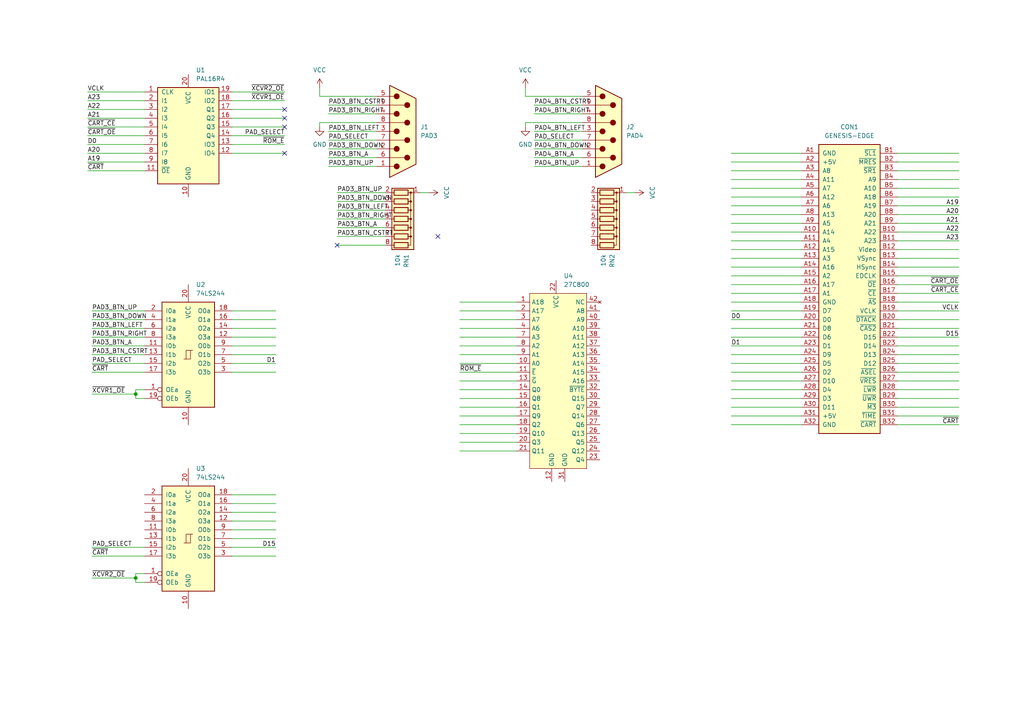
<source format=kicad_sch>
(kicad_sch (version 20230121) (generator eeschema)

  (uuid 36cea18a-9d87-483b-9f51-8c2f2bedde97)

  (paper "A4")

  (lib_symbols
    (symbol "74xx:74LS244" (pin_names (offset 1.016)) (in_bom yes) (on_board yes)
      (property "Reference" "U" (at -7.62 16.51 0)
        (effects (font (size 1.27 1.27)))
      )
      (property "Value" "74LS244" (at -7.62 -16.51 0)
        (effects (font (size 1.27 1.27)))
      )
      (property "Footprint" "" (at 0 0 0)
        (effects (font (size 1.27 1.27)) hide)
      )
      (property "Datasheet" "http://www.ti.com/lit/ds/symlink/sn74ls244.pdf" (at 0 0 0)
        (effects (font (size 1.27 1.27)) hide)
      )
      (property "ki_keywords" "7400 logic ttl low power schottky" (at 0 0 0)
        (effects (font (size 1.27 1.27)) hide)
      )
      (property "ki_description" "Octal Buffer and Line Driver With 3-State Output, active-low enables, non-inverting outputs" (at 0 0 0)
        (effects (font (size 1.27 1.27)) hide)
      )
      (property "ki_fp_filters" "DIP?20*" (at 0 0 0)
        (effects (font (size 1.27 1.27)) hide)
      )
      (symbol "74LS244_1_0"
        (polyline
          (pts
            (xy -0.635 -1.27)
            (xy -0.635 1.27)
            (xy 0.635 1.27)
          )
          (stroke (width 0) (type default))
          (fill (type none))
        )
        (polyline
          (pts
            (xy -1.27 -1.27)
            (xy 0.635 -1.27)
            (xy 0.635 1.27)
            (xy 1.27 1.27)
          )
          (stroke (width 0) (type default))
          (fill (type none))
        )
        (pin input inverted (at -12.7 -10.16 0) (length 5.08)
          (name "OEa" (effects (font (size 1.27 1.27))))
          (number "1" (effects (font (size 1.27 1.27))))
        )
        (pin power_in line (at 0 -20.32 90) (length 5.08)
          (name "GND" (effects (font (size 1.27 1.27))))
          (number "10" (effects (font (size 1.27 1.27))))
        )
        (pin input line (at -12.7 2.54 0) (length 5.08)
          (name "I0b" (effects (font (size 1.27 1.27))))
          (number "11" (effects (font (size 1.27 1.27))))
        )
        (pin tri_state line (at 12.7 5.08 180) (length 5.08)
          (name "O3a" (effects (font (size 1.27 1.27))))
          (number "12" (effects (font (size 1.27 1.27))))
        )
        (pin input line (at -12.7 0 0) (length 5.08)
          (name "I1b" (effects (font (size 1.27 1.27))))
          (number "13" (effects (font (size 1.27 1.27))))
        )
        (pin tri_state line (at 12.7 7.62 180) (length 5.08)
          (name "O2a" (effects (font (size 1.27 1.27))))
          (number "14" (effects (font (size 1.27 1.27))))
        )
        (pin input line (at -12.7 -2.54 0) (length 5.08)
          (name "I2b" (effects (font (size 1.27 1.27))))
          (number "15" (effects (font (size 1.27 1.27))))
        )
        (pin tri_state line (at 12.7 10.16 180) (length 5.08)
          (name "O1a" (effects (font (size 1.27 1.27))))
          (number "16" (effects (font (size 1.27 1.27))))
        )
        (pin input line (at -12.7 -5.08 0) (length 5.08)
          (name "I3b" (effects (font (size 1.27 1.27))))
          (number "17" (effects (font (size 1.27 1.27))))
        )
        (pin tri_state line (at 12.7 12.7 180) (length 5.08)
          (name "O0a" (effects (font (size 1.27 1.27))))
          (number "18" (effects (font (size 1.27 1.27))))
        )
        (pin input inverted (at -12.7 -12.7 0) (length 5.08)
          (name "OEb" (effects (font (size 1.27 1.27))))
          (number "19" (effects (font (size 1.27 1.27))))
        )
        (pin input line (at -12.7 12.7 0) (length 5.08)
          (name "I0a" (effects (font (size 1.27 1.27))))
          (number "2" (effects (font (size 1.27 1.27))))
        )
        (pin power_in line (at 0 20.32 270) (length 5.08)
          (name "VCC" (effects (font (size 1.27 1.27))))
          (number "20" (effects (font (size 1.27 1.27))))
        )
        (pin tri_state line (at 12.7 -5.08 180) (length 5.08)
          (name "O3b" (effects (font (size 1.27 1.27))))
          (number "3" (effects (font (size 1.27 1.27))))
        )
        (pin input line (at -12.7 10.16 0) (length 5.08)
          (name "I1a" (effects (font (size 1.27 1.27))))
          (number "4" (effects (font (size 1.27 1.27))))
        )
        (pin tri_state line (at 12.7 -2.54 180) (length 5.08)
          (name "O2b" (effects (font (size 1.27 1.27))))
          (number "5" (effects (font (size 1.27 1.27))))
        )
        (pin input line (at -12.7 7.62 0) (length 5.08)
          (name "I2a" (effects (font (size 1.27 1.27))))
          (number "6" (effects (font (size 1.27 1.27))))
        )
        (pin tri_state line (at 12.7 0 180) (length 5.08)
          (name "O1b" (effects (font (size 1.27 1.27))))
          (number "7" (effects (font (size 1.27 1.27))))
        )
        (pin input line (at -12.7 5.08 0) (length 5.08)
          (name "I3a" (effects (font (size 1.27 1.27))))
          (number "8" (effects (font (size 1.27 1.27))))
        )
        (pin tri_state line (at 12.7 2.54 180) (length 5.08)
          (name "O0b" (effects (font (size 1.27 1.27))))
          (number "9" (effects (font (size 1.27 1.27))))
        )
      )
      (symbol "74LS244_1_1"
        (rectangle (start -7.62 15.24) (end 7.62 -15.24)
          (stroke (width 0.254) (type default))
          (fill (type background))
        )
      )
    )
    (symbol "Cart_FeRAM:GENESIS-EDGE" (pin_names (offset 1.016)) (in_bom yes) (on_board yes)
      (property "Reference" "CON" (at 2.54 1.27 0)
        (effects (font (size 1.27 1.27)))
      )
      (property "Value" "GENESIS-EDGE" (at 6.985 3.175 0)
        (effects (font (size 1.27 1.27)))
      )
      (property "Footprint" "db-smt:GENESIS-EDGE" (at 13.335 5.715 0)
        (effects (font (size 1.524 1.524)) hide)
      )
      (property "Datasheet" "" (at 0 0 0)
        (effects (font (size 1.524 1.524)) hide)
      )
      (property "ki_description" "GENESIS PCB EDGE" (at 0 0 0)
        (effects (font (size 1.27 1.27)) hide)
      )
      (symbol "GENESIS-EDGE_0_1"
        (rectangle (start 0 0) (end 17.78 -83.82)
          (stroke (width 0.254) (type solid))
          (fill (type background))
        )
      )
      (symbol "GENESIS-EDGE_1_1"
        (pin passive line (at -5.08 -2.54 0) (length 5.08)
          (name "GND" (effects (font (size 1.27 1.27))))
          (number "A1" (effects (font (size 1.27 1.27))))
        )
        (pin passive line (at -5.08 -25.4 0) (length 5.08)
          (name "A14" (effects (font (size 1.27 1.27))))
          (number "A10" (effects (font (size 1.27 1.27))))
        )
        (pin passive line (at -5.08 -27.94 0) (length 5.08)
          (name "A4" (effects (font (size 1.27 1.27))))
          (number "A11" (effects (font (size 1.27 1.27))))
        )
        (pin passive line (at -5.08 -30.48 0) (length 5.08)
          (name "A15" (effects (font (size 1.27 1.27))))
          (number "A12" (effects (font (size 1.27 1.27))))
        )
        (pin passive line (at -5.08 -33.02 0) (length 5.08)
          (name "A3" (effects (font (size 1.27 1.27))))
          (number "A13" (effects (font (size 1.27 1.27))))
        )
        (pin passive line (at -5.08 -35.56 0) (length 5.08)
          (name "A16" (effects (font (size 1.27 1.27))))
          (number "A14" (effects (font (size 1.27 1.27))))
        )
        (pin passive line (at -5.08 -38.1 0) (length 5.08)
          (name "A2" (effects (font (size 1.27 1.27))))
          (number "A15" (effects (font (size 1.27 1.27))))
        )
        (pin passive line (at -5.08 -40.64 0) (length 5.08)
          (name "A17" (effects (font (size 1.27 1.27))))
          (number "A16" (effects (font (size 1.27 1.27))))
        )
        (pin passive line (at -5.08 -43.18 0) (length 5.08)
          (name "A1" (effects (font (size 1.27 1.27))))
          (number "A17" (effects (font (size 1.27 1.27))))
        )
        (pin passive line (at -5.08 -45.72 0) (length 5.08)
          (name "GND" (effects (font (size 1.27 1.27))))
          (number "A18" (effects (font (size 1.27 1.27))))
        )
        (pin passive line (at -5.08 -48.26 0) (length 5.08)
          (name "D7" (effects (font (size 1.27 1.27))))
          (number "A19" (effects (font (size 1.27 1.27))))
        )
        (pin passive line (at -5.08 -5.08 0) (length 5.08)
          (name "+5V" (effects (font (size 1.27 1.27))))
          (number "A2" (effects (font (size 1.27 1.27))))
        )
        (pin passive line (at -5.08 -50.8 0) (length 5.08)
          (name "D0" (effects (font (size 1.27 1.27))))
          (number "A20" (effects (font (size 1.27 1.27))))
        )
        (pin passive line (at -5.08 -53.34 0) (length 5.08)
          (name "D8" (effects (font (size 1.27 1.27))))
          (number "A21" (effects (font (size 1.27 1.27))))
        )
        (pin passive line (at -5.08 -55.88 0) (length 5.08)
          (name "D6" (effects (font (size 1.27 1.27))))
          (number "A22" (effects (font (size 1.27 1.27))))
        )
        (pin passive line (at -5.08 -58.42 0) (length 5.08)
          (name "D1" (effects (font (size 1.27 1.27))))
          (number "A23" (effects (font (size 1.27 1.27))))
        )
        (pin passive line (at -5.08 -60.96 0) (length 5.08)
          (name "D9" (effects (font (size 1.27 1.27))))
          (number "A24" (effects (font (size 1.27 1.27))))
        )
        (pin passive line (at -5.08 -63.5 0) (length 5.08)
          (name "D5" (effects (font (size 1.27 1.27))))
          (number "A25" (effects (font (size 1.27 1.27))))
        )
        (pin passive line (at -5.08 -66.04 0) (length 5.08)
          (name "D2" (effects (font (size 1.27 1.27))))
          (number "A26" (effects (font (size 1.27 1.27))))
        )
        (pin passive line (at -5.08 -68.58 0) (length 5.08)
          (name "D10" (effects (font (size 1.27 1.27))))
          (number "A27" (effects (font (size 1.27 1.27))))
        )
        (pin passive line (at -5.08 -71.12 0) (length 5.08)
          (name "D4" (effects (font (size 1.27 1.27))))
          (number "A28" (effects (font (size 1.27 1.27))))
        )
        (pin passive line (at -5.08 -73.66 0) (length 5.08)
          (name "D3" (effects (font (size 1.27 1.27))))
          (number "A29" (effects (font (size 1.27 1.27))))
        )
        (pin passive line (at -5.08 -7.62 0) (length 5.08)
          (name "A8" (effects (font (size 1.27 1.27))))
          (number "A3" (effects (font (size 1.27 1.27))))
        )
        (pin passive line (at -5.08 -76.2 0) (length 5.08)
          (name "D11" (effects (font (size 1.27 1.27))))
          (number "A30" (effects (font (size 1.27 1.27))))
        )
        (pin passive line (at -5.08 -78.74 0) (length 5.08)
          (name "+5V" (effects (font (size 1.27 1.27))))
          (number "A31" (effects (font (size 1.27 1.27))))
        )
        (pin passive line (at -5.08 -81.28 0) (length 5.08)
          (name "GND" (effects (font (size 1.27 1.27))))
          (number "A32" (effects (font (size 1.27 1.27))))
        )
        (pin passive line (at -5.08 -10.16 0) (length 5.08)
          (name "A11" (effects (font (size 1.27 1.27))))
          (number "A4" (effects (font (size 1.27 1.27))))
        )
        (pin passive line (at -5.08 -12.7 0) (length 5.08)
          (name "A7" (effects (font (size 1.27 1.27))))
          (number "A5" (effects (font (size 1.27 1.27))))
        )
        (pin passive line (at -5.08 -15.24 0) (length 5.08)
          (name "A12" (effects (font (size 1.27 1.27))))
          (number "A6" (effects (font (size 1.27 1.27))))
        )
        (pin passive line (at -5.08 -17.78 0) (length 5.08)
          (name "A6" (effects (font (size 1.27 1.27))))
          (number "A7" (effects (font (size 1.27 1.27))))
        )
        (pin passive line (at -5.08 -20.32 0) (length 5.08)
          (name "A13" (effects (font (size 1.27 1.27))))
          (number "A8" (effects (font (size 1.27 1.27))))
        )
        (pin passive line (at -5.08 -22.86 0) (length 5.08)
          (name "A5" (effects (font (size 1.27 1.27))))
          (number "A9" (effects (font (size 1.27 1.27))))
        )
        (pin passive line (at 22.86 -2.54 180) (length 5.08)
          (name "~{SL1}" (effects (font (size 1.27 1.27))))
          (number "B1" (effects (font (size 1.27 1.27))))
        )
        (pin passive line (at 22.86 -25.4 180) (length 5.08)
          (name "A22" (effects (font (size 1.27 1.27))))
          (number "B10" (effects (font (size 1.27 1.27))))
        )
        (pin passive line (at 22.86 -27.94 180) (length 5.08)
          (name "A23" (effects (font (size 1.27 1.27))))
          (number "B11" (effects (font (size 1.27 1.27))))
        )
        (pin passive line (at 22.86 -30.48 180) (length 5.08)
          (name "Video" (effects (font (size 1.27 1.27))))
          (number "B12" (effects (font (size 1.27 1.27))))
        )
        (pin passive line (at 22.86 -33.02 180) (length 5.08)
          (name "VSync" (effects (font (size 1.27 1.27))))
          (number "B13" (effects (font (size 1.27 1.27))))
        )
        (pin passive line (at 22.86 -35.56 180) (length 5.08)
          (name "HSync" (effects (font (size 1.27 1.27))))
          (number "B14" (effects (font (size 1.27 1.27))))
        )
        (pin passive line (at 22.86 -38.1 180) (length 5.08)
          (name "EDCLK" (effects (font (size 1.27 1.27))))
          (number "B15" (effects (font (size 1.27 1.27))))
        )
        (pin passive line (at 22.86 -40.64 180) (length 5.08)
          (name "~{OE}" (effects (font (size 1.27 1.27))))
          (number "B16" (effects (font (size 1.27 1.27))))
        )
        (pin passive line (at 22.86 -43.18 180) (length 5.08)
          (name "~{CE}" (effects (font (size 1.27 1.27))))
          (number "B17" (effects (font (size 1.27 1.27))))
        )
        (pin passive line (at 22.86 -45.72 180) (length 5.08)
          (name "~{AS}" (effects (font (size 1.27 1.27))))
          (number "B18" (effects (font (size 1.27 1.27))))
        )
        (pin passive line (at 22.86 -48.26 180) (length 5.08)
          (name "VCLK" (effects (font (size 1.27 1.27))))
          (number "B19" (effects (font (size 1.27 1.27))))
        )
        (pin passive line (at 22.86 -5.08 180) (length 5.08)
          (name "~{MRES}" (effects (font (size 1.27 1.27))))
          (number "B2" (effects (font (size 1.27 1.27))))
        )
        (pin passive line (at 22.86 -50.8 180) (length 5.08)
          (name "~{DTACK}" (effects (font (size 1.27 1.27))))
          (number "B20" (effects (font (size 1.27 1.27))))
        )
        (pin passive line (at 22.86 -53.34 180) (length 5.08)
          (name "~{CAS2}" (effects (font (size 1.27 1.27))))
          (number "B21" (effects (font (size 1.27 1.27))))
        )
        (pin passive line (at 22.86 -55.88 180) (length 5.08)
          (name "D15" (effects (font (size 1.27 1.27))))
          (number "B22" (effects (font (size 1.27 1.27))))
        )
        (pin passive line (at 22.86 -58.42 180) (length 5.08)
          (name "D14" (effects (font (size 1.27 1.27))))
          (number "B23" (effects (font (size 1.27 1.27))))
        )
        (pin passive line (at 22.86 -60.96 180) (length 5.08)
          (name "D13" (effects (font (size 1.27 1.27))))
          (number "B24" (effects (font (size 1.27 1.27))))
        )
        (pin passive line (at 22.86 -63.5 180) (length 5.08)
          (name "D12" (effects (font (size 1.27 1.27))))
          (number "B25" (effects (font (size 1.27 1.27))))
        )
        (pin passive line (at 22.86 -66.04 180) (length 5.08)
          (name "~{ASEL}" (effects (font (size 1.27 1.27))))
          (number "B26" (effects (font (size 1.27 1.27))))
        )
        (pin passive line (at 22.86 -68.58 180) (length 5.08)
          (name "~{VRES}" (effects (font (size 1.27 1.27))))
          (number "B27" (effects (font (size 1.27 1.27))))
        )
        (pin passive line (at 22.86 -71.12 180) (length 5.08)
          (name "~{LWR}" (effects (font (size 1.27 1.27))))
          (number "B28" (effects (font (size 1.27 1.27))))
        )
        (pin passive line (at 22.86 -73.66 180) (length 5.08)
          (name "~{UWR}" (effects (font (size 1.27 1.27))))
          (number "B29" (effects (font (size 1.27 1.27))))
        )
        (pin passive line (at 22.86 -7.62 180) (length 5.08)
          (name "~{SR1}" (effects (font (size 1.27 1.27))))
          (number "B3" (effects (font (size 1.27 1.27))))
        )
        (pin passive line (at 22.86 -76.2 180) (length 5.08)
          (name "~{M3}" (effects (font (size 1.27 1.27))))
          (number "B30" (effects (font (size 1.27 1.27))))
        )
        (pin passive line (at 22.86 -78.74 180) (length 5.08)
          (name "~{TIME}" (effects (font (size 1.27 1.27))))
          (number "B31" (effects (font (size 1.27 1.27))))
        )
        (pin passive line (at 22.86 -81.28 180) (length 5.08)
          (name "~{CART}" (effects (font (size 1.27 1.27))))
          (number "B32" (effects (font (size 1.27 1.27))))
        )
        (pin passive line (at 22.86 -10.16 180) (length 5.08)
          (name "A9" (effects (font (size 1.27 1.27))))
          (number "B4" (effects (font (size 1.27 1.27))))
        )
        (pin passive line (at 22.86 -12.7 180) (length 5.08)
          (name "A10" (effects (font (size 1.27 1.27))))
          (number "B5" (effects (font (size 1.27 1.27))))
        )
        (pin passive line (at 22.86 -15.24 180) (length 5.08)
          (name "A18" (effects (font (size 1.27 1.27))))
          (number "B6" (effects (font (size 1.27 1.27))))
        )
        (pin passive line (at 22.86 -17.78 180) (length 5.08)
          (name "A19" (effects (font (size 1.27 1.27))))
          (number "B7" (effects (font (size 1.27 1.27))))
        )
        (pin passive line (at 22.86 -20.32 180) (length 5.08)
          (name "A20" (effects (font (size 1.27 1.27))))
          (number "B8" (effects (font (size 1.27 1.27))))
        )
        (pin passive line (at 22.86 -22.86 180) (length 5.08)
          (name "A21" (effects (font (size 1.27 1.27))))
          (number "B9" (effects (font (size 1.27 1.27))))
        )
      )
    )
    (symbol "Connector:DE9_Plug" (pin_names (offset 1.016) hide) (in_bom yes) (on_board yes)
      (property "Reference" "J" (at 0 13.97 0)
        (effects (font (size 1.27 1.27)))
      )
      (property "Value" "DE9_Plug" (at 0 -14.605 0)
        (effects (font (size 1.27 1.27)))
      )
      (property "Footprint" "" (at 0 0 0)
        (effects (font (size 1.27 1.27)) hide)
      )
      (property "Datasheet" " ~" (at 0 0 0)
        (effects (font (size 1.27 1.27)) hide)
      )
      (property "ki_keywords" "connector male plug D-SUB DB9" (at 0 0 0)
        (effects (font (size 1.27 1.27)) hide)
      )
      (property "ki_description" "9-pin male plug pin D-SUB connector" (at 0 0 0)
        (effects (font (size 1.27 1.27)) hide)
      )
      (property "ki_fp_filters" "DSUB*Male*" (at 0 0 0)
        (effects (font (size 1.27 1.27)) hide)
      )
      (symbol "DE9_Plug_0_1"
        (circle (center -1.778 -10.16) (radius 0.762)
          (stroke (width 0) (type default))
          (fill (type outline))
        )
        (circle (center -1.778 -5.08) (radius 0.762)
          (stroke (width 0) (type default))
          (fill (type outline))
        )
        (circle (center -1.778 0) (radius 0.762)
          (stroke (width 0) (type default))
          (fill (type outline))
        )
        (circle (center -1.778 5.08) (radius 0.762)
          (stroke (width 0) (type default))
          (fill (type outline))
        )
        (circle (center -1.778 10.16) (radius 0.762)
          (stroke (width 0) (type default))
          (fill (type outline))
        )
        (polyline
          (pts
            (xy -3.81 -10.16)
            (xy -2.54 -10.16)
          )
          (stroke (width 0) (type default))
          (fill (type none))
        )
        (polyline
          (pts
            (xy -3.81 -7.62)
            (xy 0.508 -7.62)
          )
          (stroke (width 0) (type default))
          (fill (type none))
        )
        (polyline
          (pts
            (xy -3.81 -5.08)
            (xy -2.54 -5.08)
          )
          (stroke (width 0) (type default))
          (fill (type none))
        )
        (polyline
          (pts
            (xy -3.81 -2.54)
            (xy 0.508 -2.54)
          )
          (stroke (width 0) (type default))
          (fill (type none))
        )
        (polyline
          (pts
            (xy -3.81 0)
            (xy -2.54 0)
          )
          (stroke (width 0) (type default))
          (fill (type none))
        )
        (polyline
          (pts
            (xy -3.81 2.54)
            (xy 0.508 2.54)
          )
          (stroke (width 0) (type default))
          (fill (type none))
        )
        (polyline
          (pts
            (xy -3.81 5.08)
            (xy -2.54 5.08)
          )
          (stroke (width 0) (type default))
          (fill (type none))
        )
        (polyline
          (pts
            (xy -3.81 7.62)
            (xy 0.508 7.62)
          )
          (stroke (width 0) (type default))
          (fill (type none))
        )
        (polyline
          (pts
            (xy -3.81 10.16)
            (xy -2.54 10.16)
          )
          (stroke (width 0) (type default))
          (fill (type none))
        )
        (polyline
          (pts
            (xy -3.81 -13.335)
            (xy -3.81 13.335)
            (xy 3.81 9.525)
            (xy 3.81 -9.525)
            (xy -3.81 -13.335)
          )
          (stroke (width 0.254) (type default))
          (fill (type background))
        )
        (circle (center 1.27 -7.62) (radius 0.762)
          (stroke (width 0) (type default))
          (fill (type outline))
        )
        (circle (center 1.27 -2.54) (radius 0.762)
          (stroke (width 0) (type default))
          (fill (type outline))
        )
        (circle (center 1.27 2.54) (radius 0.762)
          (stroke (width 0) (type default))
          (fill (type outline))
        )
        (circle (center 1.27 7.62) (radius 0.762)
          (stroke (width 0) (type default))
          (fill (type outline))
        )
      )
      (symbol "DE9_Plug_1_1"
        (pin passive line (at -7.62 -10.16 0) (length 3.81)
          (name "1" (effects (font (size 1.27 1.27))))
          (number "1" (effects (font (size 1.27 1.27))))
        )
        (pin passive line (at -7.62 -5.08 0) (length 3.81)
          (name "2" (effects (font (size 1.27 1.27))))
          (number "2" (effects (font (size 1.27 1.27))))
        )
        (pin passive line (at -7.62 0 0) (length 3.81)
          (name "3" (effects (font (size 1.27 1.27))))
          (number "3" (effects (font (size 1.27 1.27))))
        )
        (pin passive line (at -7.62 5.08 0) (length 3.81)
          (name "4" (effects (font (size 1.27 1.27))))
          (number "4" (effects (font (size 1.27 1.27))))
        )
        (pin passive line (at -7.62 10.16 0) (length 3.81)
          (name "5" (effects (font (size 1.27 1.27))))
          (number "5" (effects (font (size 1.27 1.27))))
        )
        (pin passive line (at -7.62 -7.62 0) (length 3.81)
          (name "6" (effects (font (size 1.27 1.27))))
          (number "6" (effects (font (size 1.27 1.27))))
        )
        (pin passive line (at -7.62 -2.54 0) (length 3.81)
          (name "7" (effects (font (size 1.27 1.27))))
          (number "7" (effects (font (size 1.27 1.27))))
        )
        (pin passive line (at -7.62 2.54 0) (length 3.81)
          (name "8" (effects (font (size 1.27 1.27))))
          (number "8" (effects (font (size 1.27 1.27))))
        )
        (pin passive line (at -7.62 7.62 0) (length 3.81)
          (name "9" (effects (font (size 1.27 1.27))))
          (number "9" (effects (font (size 1.27 1.27))))
        )
      )
    )
    (symbol "Custom_EPROM:27C800" (in_bom yes) (on_board yes)
      (property "Reference" "U" (at -7.62 22.86 0)
        (effects (font (size 1.27 1.27)))
      )
      (property "Value" "27C800" (at 3.81 22.86 0)
        (effects (font (size 1.27 1.27)))
      )
      (property "Footprint" "" (at -7.62 26.67 0)
        (effects (font (size 1.27 1.27)) hide)
      )
      (property "Datasheet" "" (at -7.62 26.67 0)
        (effects (font (size 1.27 1.27)) hide)
      )
      (property "ki_keywords" "EPROM ROM 27C800" (at 0 0 0)
        (effects (font (size 1.27 1.27)) hide)
      )
      (property "ki_description" "27C800 EPROM" (at 0 0 0)
        (effects (font (size 1.27 1.27)) hide)
      )
      (symbol "27C800_1_1"
        (rectangle (start -8.89 21.59) (end 7.62 -29.21)
          (stroke (width 0) (type default))
          (fill (type background))
        )
        (pin input line (at -12.7 19.05 0) (length 3.81)
          (name "A18" (effects (font (size 1.27 1.27))))
          (number "1" (effects (font (size 1.27 1.27))))
        )
        (pin input line (at -12.7 1.27 0) (length 3.81)
          (name "A0" (effects (font (size 1.27 1.27))))
          (number "10" (effects (font (size 1.27 1.27))))
        )
        (pin input line (at -12.7 -1.27 0) (length 3.81)
          (name "~{E}" (effects (font (size 1.27 1.27))))
          (number "11" (effects (font (size 1.27 1.27))))
        )
        (pin power_in line (at -2.54 -33.02 90) (length 3.81)
          (name "GND" (effects (font (size 1.27 1.27))))
          (number "12" (effects (font (size 1.27 1.27))))
        )
        (pin input line (at -12.7 -3.81 0) (length 3.81)
          (name "~{G}" (effects (font (size 1.27 1.27))))
          (number "13" (effects (font (size 1.27 1.27))))
        )
        (pin tri_state line (at -12.7 -6.35 0) (length 3.81)
          (name "Q0" (effects (font (size 1.27 1.27))))
          (number "14" (effects (font (size 1.27 1.27))))
        )
        (pin input line (at -12.7 -8.89 0) (length 3.81)
          (name "Q8" (effects (font (size 1.27 1.27))))
          (number "15" (effects (font (size 1.27 1.27))))
        )
        (pin input line (at -12.7 -11.43 0) (length 3.81)
          (name "Q1" (effects (font (size 1.27 1.27))))
          (number "16" (effects (font (size 1.27 1.27))))
        )
        (pin input line (at -12.7 -13.97 0) (length 3.81)
          (name "Q9" (effects (font (size 1.27 1.27))))
          (number "17" (effects (font (size 1.27 1.27))))
        )
        (pin input line (at -12.7 -16.51 0) (length 3.81)
          (name "Q2" (effects (font (size 1.27 1.27))))
          (number "18" (effects (font (size 1.27 1.27))))
        )
        (pin input line (at -12.7 -19.05 0) (length 3.81)
          (name "Q10" (effects (font (size 1.27 1.27))))
          (number "19" (effects (font (size 1.27 1.27))))
        )
        (pin input line (at -12.7 16.51 0) (length 3.81)
          (name "A17" (effects (font (size 1.27 1.27))))
          (number "2" (effects (font (size 1.27 1.27))))
        )
        (pin input line (at -12.7 -21.59 0) (length 3.81)
          (name "Q3" (effects (font (size 1.27 1.27))))
          (number "20" (effects (font (size 1.27 1.27))))
        )
        (pin input line (at -12.7 -24.13 0) (length 3.81)
          (name "Q11" (effects (font (size 1.27 1.27))))
          (number "21" (effects (font (size 1.27 1.27))))
        )
        (pin power_in line (at -1.27 25.4 270) (length 3.81)
          (name "VCC" (effects (font (size 1.27 1.27))))
          (number "22" (effects (font (size 1.27 1.27))))
        )
        (pin tri_state line (at 11.43 -26.67 180) (length 3.81)
          (name "Q4" (effects (font (size 1.27 1.27))))
          (number "23" (effects (font (size 1.27 1.27))))
        )
        (pin tri_state line (at 11.43 -24.13 180) (length 3.81)
          (name "Q12" (effects (font (size 1.27 1.27))))
          (number "24" (effects (font (size 1.27 1.27))))
        )
        (pin tri_state line (at 11.43 -21.59 180) (length 3.81)
          (name "Q5" (effects (font (size 1.27 1.27))))
          (number "25" (effects (font (size 1.27 1.27))))
        )
        (pin tri_state line (at 11.43 -19.05 180) (length 3.81)
          (name "Q13" (effects (font (size 1.27 1.27))))
          (number "26" (effects (font (size 1.27 1.27))))
        )
        (pin tri_state line (at 11.43 -16.51 180) (length 3.81)
          (name "Q6" (effects (font (size 1.27 1.27))))
          (number "27" (effects (font (size 1.27 1.27))))
        )
        (pin tri_state line (at 11.43 -13.97 180) (length 3.81)
          (name "Q14" (effects (font (size 1.27 1.27))))
          (number "28" (effects (font (size 1.27 1.27))))
        )
        (pin tri_state line (at 11.43 -11.43 180) (length 3.81)
          (name "Q7" (effects (font (size 1.27 1.27))))
          (number "29" (effects (font (size 1.27 1.27))))
        )
        (pin input line (at -12.7 13.97 0) (length 3.81)
          (name "A7" (effects (font (size 1.27 1.27))))
          (number "3" (effects (font (size 1.27 1.27))))
        )
        (pin tri_state line (at 11.43 -8.89 180) (length 3.81)
          (name "Q15" (effects (font (size 1.27 1.27))))
          (number "30" (effects (font (size 1.27 1.27))))
        )
        (pin power_in line (at 1.27 -33.02 90) (length 3.81)
          (name "GND" (effects (font (size 1.27 1.27))))
          (number "31" (effects (font (size 1.27 1.27))))
        )
        (pin input line (at 11.43 -6.35 180) (length 3.81)
          (name "~{BYTE}" (effects (font (size 1.27 1.27))))
          (number "32" (effects (font (size 1.27 1.27))))
        )
        (pin input line (at 11.43 -3.81 180) (length 3.81)
          (name "A16" (effects (font (size 1.27 1.27))))
          (number "33" (effects (font (size 1.27 1.27))))
        )
        (pin input line (at 11.43 -1.27 180) (length 3.81)
          (name "A15" (effects (font (size 1.27 1.27))))
          (number "34" (effects (font (size 1.27 1.27))))
        )
        (pin input line (at 11.43 1.27 180) (length 3.81)
          (name "A14" (effects (font (size 1.27 1.27))))
          (number "35" (effects (font (size 1.27 1.27))))
        )
        (pin input line (at 11.43 3.81 180) (length 3.81)
          (name "A13" (effects (font (size 1.27 1.27))))
          (number "36" (effects (font (size 1.27 1.27))))
        )
        (pin input line (at 11.43 6.35 180) (length 3.81)
          (name "A12" (effects (font (size 1.27 1.27))))
          (number "37" (effects (font (size 1.27 1.27))))
        )
        (pin input line (at 11.43 8.89 180) (length 3.81)
          (name "A11" (effects (font (size 1.27 1.27))))
          (number "38" (effects (font (size 1.27 1.27))))
        )
        (pin input line (at 11.43 11.43 180) (length 3.81)
          (name "A10" (effects (font (size 1.27 1.27))))
          (number "39" (effects (font (size 1.27 1.27))))
        )
        (pin input line (at -12.7 11.43 0) (length 3.81)
          (name "A6" (effects (font (size 1.27 1.27))))
          (number "4" (effects (font (size 1.27 1.27))))
        )
        (pin input line (at 11.43 13.97 180) (length 3.81)
          (name "A9" (effects (font (size 1.27 1.27))))
          (number "40" (effects (font (size 1.27 1.27))))
        )
        (pin input line (at 11.43 16.51 180) (length 3.81)
          (name "A8" (effects (font (size 1.27 1.27))))
          (number "41" (effects (font (size 1.27 1.27))))
        )
        (pin no_connect line (at 11.43 19.05 180) (length 3.81)
          (name "NC" (effects (font (size 1.27 1.27))))
          (number "42" (effects (font (size 1.27 1.27))))
        )
        (pin input line (at -12.7 8.89 0) (length 3.81)
          (name "A3" (effects (font (size 1.27 1.27))))
          (number "7" (effects (font (size 1.27 1.27))))
        )
        (pin input line (at -12.7 6.35 0) (length 3.81)
          (name "A2" (effects (font (size 1.27 1.27))))
          (number "8" (effects (font (size 1.27 1.27))))
        )
        (pin input line (at -12.7 3.81 0) (length 3.81)
          (name "A1" (effects (font (size 1.27 1.27))))
          (number "9" (effects (font (size 1.27 1.27))))
        )
      )
    )
    (symbol "Device:R_Network07" (pin_names (offset 0) hide) (in_bom yes) (on_board yes)
      (property "Reference" "RN" (at -10.16 0 90)
        (effects (font (size 1.27 1.27)))
      )
      (property "Value" "R_Network07" (at 10.16 0 90)
        (effects (font (size 1.27 1.27)))
      )
      (property "Footprint" "Resistor_THT:R_Array_SIP8" (at 12.065 0 90)
        (effects (font (size 1.27 1.27)) hide)
      )
      (property "Datasheet" "http://www.vishay.com/docs/31509/csc.pdf" (at 0 0 0)
        (effects (font (size 1.27 1.27)) hide)
      )
      (property "ki_keywords" "R network star-topology" (at 0 0 0)
        (effects (font (size 1.27 1.27)) hide)
      )
      (property "ki_description" "7 resistor network, star topology, bussed resistors, small symbol" (at 0 0 0)
        (effects (font (size 1.27 1.27)) hide)
      )
      (property "ki_fp_filters" "R?Array?SIP*" (at 0 0 0)
        (effects (font (size 1.27 1.27)) hide)
      )
      (symbol "R_Network07_0_1"
        (rectangle (start -8.89 -3.175) (end 8.89 3.175)
          (stroke (width 0.254) (type default))
          (fill (type background))
        )
        (rectangle (start -8.382 1.524) (end -6.858 -2.54)
          (stroke (width 0.254) (type default))
          (fill (type none))
        )
        (circle (center -7.62 2.286) (radius 0.254)
          (stroke (width 0) (type default))
          (fill (type outline))
        )
        (rectangle (start -5.842 1.524) (end -4.318 -2.54)
          (stroke (width 0.254) (type default))
          (fill (type none))
        )
        (circle (center -5.08 2.286) (radius 0.254)
          (stroke (width 0) (type default))
          (fill (type outline))
        )
        (rectangle (start -3.302 1.524) (end -1.778 -2.54)
          (stroke (width 0.254) (type default))
          (fill (type none))
        )
        (circle (center -2.54 2.286) (radius 0.254)
          (stroke (width 0) (type default))
          (fill (type outline))
        )
        (rectangle (start -0.762 1.524) (end 0.762 -2.54)
          (stroke (width 0.254) (type default))
          (fill (type none))
        )
        (polyline
          (pts
            (xy -7.62 -2.54)
            (xy -7.62 -3.81)
          )
          (stroke (width 0) (type default))
          (fill (type none))
        )
        (polyline
          (pts
            (xy -5.08 -2.54)
            (xy -5.08 -3.81)
          )
          (stroke (width 0) (type default))
          (fill (type none))
        )
        (polyline
          (pts
            (xy -2.54 -2.54)
            (xy -2.54 -3.81)
          )
          (stroke (width 0) (type default))
          (fill (type none))
        )
        (polyline
          (pts
            (xy 0 -2.54)
            (xy 0 -3.81)
          )
          (stroke (width 0) (type default))
          (fill (type none))
        )
        (polyline
          (pts
            (xy 2.54 -2.54)
            (xy 2.54 -3.81)
          )
          (stroke (width 0) (type default))
          (fill (type none))
        )
        (polyline
          (pts
            (xy 5.08 -2.54)
            (xy 5.08 -3.81)
          )
          (stroke (width 0) (type default))
          (fill (type none))
        )
        (polyline
          (pts
            (xy 7.62 -2.54)
            (xy 7.62 -3.81)
          )
          (stroke (width 0) (type default))
          (fill (type none))
        )
        (polyline
          (pts
            (xy -7.62 1.524)
            (xy -7.62 2.286)
            (xy -5.08 2.286)
            (xy -5.08 1.524)
          )
          (stroke (width 0) (type default))
          (fill (type none))
        )
        (polyline
          (pts
            (xy -5.08 1.524)
            (xy -5.08 2.286)
            (xy -2.54 2.286)
            (xy -2.54 1.524)
          )
          (stroke (width 0) (type default))
          (fill (type none))
        )
        (polyline
          (pts
            (xy -2.54 1.524)
            (xy -2.54 2.286)
            (xy 0 2.286)
            (xy 0 1.524)
          )
          (stroke (width 0) (type default))
          (fill (type none))
        )
        (polyline
          (pts
            (xy 0 1.524)
            (xy 0 2.286)
            (xy 2.54 2.286)
            (xy 2.54 1.524)
          )
          (stroke (width 0) (type default))
          (fill (type none))
        )
        (polyline
          (pts
            (xy 2.54 1.524)
            (xy 2.54 2.286)
            (xy 5.08 2.286)
            (xy 5.08 1.524)
          )
          (stroke (width 0) (type default))
          (fill (type none))
        )
        (polyline
          (pts
            (xy 5.08 1.524)
            (xy 5.08 2.286)
            (xy 7.62 2.286)
            (xy 7.62 1.524)
          )
          (stroke (width 0) (type default))
          (fill (type none))
        )
        (circle (center 0 2.286) (radius 0.254)
          (stroke (width 0) (type default))
          (fill (type outline))
        )
        (rectangle (start 1.778 1.524) (end 3.302 -2.54)
          (stroke (width 0.254) (type default))
          (fill (type none))
        )
        (circle (center 2.54 2.286) (radius 0.254)
          (stroke (width 0) (type default))
          (fill (type outline))
        )
        (rectangle (start 4.318 1.524) (end 5.842 -2.54)
          (stroke (width 0.254) (type default))
          (fill (type none))
        )
        (circle (center 5.08 2.286) (radius 0.254)
          (stroke (width 0) (type default))
          (fill (type outline))
        )
        (rectangle (start 6.858 1.524) (end 8.382 -2.54)
          (stroke (width 0.254) (type default))
          (fill (type none))
        )
      )
      (symbol "R_Network07_1_1"
        (pin passive line (at -7.62 5.08 270) (length 2.54)
          (name "common" (effects (font (size 1.27 1.27))))
          (number "1" (effects (font (size 1.27 1.27))))
        )
        (pin passive line (at -7.62 -5.08 90) (length 1.27)
          (name "R1" (effects (font (size 1.27 1.27))))
          (number "2" (effects (font (size 1.27 1.27))))
        )
        (pin passive line (at -5.08 -5.08 90) (length 1.27)
          (name "R2" (effects (font (size 1.27 1.27))))
          (number "3" (effects (font (size 1.27 1.27))))
        )
        (pin passive line (at -2.54 -5.08 90) (length 1.27)
          (name "R3" (effects (font (size 1.27 1.27))))
          (number "4" (effects (font (size 1.27 1.27))))
        )
        (pin passive line (at 0 -5.08 90) (length 1.27)
          (name "R4" (effects (font (size 1.27 1.27))))
          (number "5" (effects (font (size 1.27 1.27))))
        )
        (pin passive line (at 2.54 -5.08 90) (length 1.27)
          (name "R5" (effects (font (size 1.27 1.27))))
          (number "6" (effects (font (size 1.27 1.27))))
        )
        (pin passive line (at 5.08 -5.08 90) (length 1.27)
          (name "R6" (effects (font (size 1.27 1.27))))
          (number "7" (effects (font (size 1.27 1.27))))
        )
        (pin passive line (at 7.62 -5.08 90) (length 1.27)
          (name "R7" (effects (font (size 1.27 1.27))))
          (number "8" (effects (font (size 1.27 1.27))))
        )
      )
    )
    (symbol "Logic_Programmable_custom:PAL16R4" (pin_names (offset 1.016)) (in_bom yes) (on_board yes)
      (property "Reference" "U" (at -8.89 16.51 0)
        (effects (font (size 1.27 1.27)) (justify left))
      )
      (property "Value" "PAL16R4" (at 1.27 16.51 0)
        (effects (font (size 1.27 1.27)) (justify left))
      )
      (property "Footprint" "" (at 0 0 0)
        (effects (font (size 1.27 1.27)) hide)
      )
      (property "Datasheet" "" (at 0 0 0)
        (effects (font (size 1.27 1.27)) hide)
      )
      (property "ki_keywords" "PAL PLD 16R4" (at 0 0 0)
        (effects (font (size 1.27 1.27)) hide)
      )
      (property "ki_description" "Programmable Logic Array, DIP-20/SOIC-20/PLCC-20" (at 0 0 0)
        (effects (font (size 1.27 1.27)) hide)
      )
      (property "ki_fp_filters" "DIP* PDIP* SOIC* SO* PLCC*" (at 0 0 0)
        (effects (font (size 1.27 1.27)) hide)
      )
      (symbol "PAL16R4_0_0"
        (pin power_in line (at 0 -17.78 90) (length 3.81)
          (name "GND" (effects (font (size 1.27 1.27))))
          (number "10" (effects (font (size 1.27 1.27))))
        )
        (pin power_in line (at 0 17.78 270) (length 3.81)
          (name "VCC" (effects (font (size 1.27 1.27))))
          (number "20" (effects (font (size 1.27 1.27))))
        )
      )
      (symbol "PAL16R4_0_1"
        (rectangle (start -8.89 13.97) (end 8.89 -13.97)
          (stroke (width 0.254) (type default))
          (fill (type background))
        )
      )
      (symbol "PAL16R4_1_1"
        (pin input line (at -12.7 12.7 0) (length 3.81)
          (name "CLK" (effects (font (size 1.27 1.27))))
          (number "1" (effects (font (size 1.27 1.27))))
        )
        (pin input line (at -12.7 -10.16 0) (length 3.81)
          (name "~{OE}" (effects (font (size 1.27 1.27))))
          (number "11" (effects (font (size 1.27 1.27))))
        )
        (pin bidirectional line (at 12.7 -5.08 180) (length 3.81)
          (name "IO4" (effects (font (size 1.27 1.27))))
          (number "12" (effects (font (size 1.27 1.27))))
        )
        (pin bidirectional line (at 12.7 -2.54 180) (length 3.81)
          (name "IO3" (effects (font (size 1.27 1.27))))
          (number "13" (effects (font (size 1.27 1.27))))
        )
        (pin tri_state line (at 12.7 0 180) (length 3.81)
          (name "Q4" (effects (font (size 1.27 1.27))))
          (number "14" (effects (font (size 1.27 1.27))))
        )
        (pin tri_state line (at 12.7 2.54 180) (length 3.81)
          (name "Q3" (effects (font (size 1.27 1.27))))
          (number "15" (effects (font (size 1.27 1.27))))
        )
        (pin tri_state line (at 12.7 5.08 180) (length 3.81)
          (name "Q2" (effects (font (size 1.27 1.27))))
          (number "16" (effects (font (size 1.27 1.27))))
        )
        (pin tri_state line (at 12.7 7.62 180) (length 3.81)
          (name "Q1" (effects (font (size 1.27 1.27))))
          (number "17" (effects (font (size 1.27 1.27))))
        )
        (pin bidirectional line (at 12.7 10.16 180) (length 3.81)
          (name "IO2" (effects (font (size 1.27 1.27))))
          (number "18" (effects (font (size 1.27 1.27))))
        )
        (pin bidirectional line (at 12.7 12.7 180) (length 3.81)
          (name "IO1" (effects (font (size 1.27 1.27))))
          (number "19" (effects (font (size 1.27 1.27))))
        )
        (pin input line (at -12.7 10.16 0) (length 3.81)
          (name "I1" (effects (font (size 1.27 1.27))))
          (number "2" (effects (font (size 1.27 1.27))))
        )
        (pin input line (at -12.7 7.62 0) (length 3.81)
          (name "I2" (effects (font (size 1.27 1.27))))
          (number "3" (effects (font (size 1.27 1.27))))
        )
        (pin input line (at -12.7 5.08 0) (length 3.81)
          (name "I3" (effects (font (size 1.27 1.27))))
          (number "4" (effects (font (size 1.27 1.27))))
        )
        (pin input line (at -12.7 2.54 0) (length 3.81)
          (name "I4" (effects (font (size 1.27 1.27))))
          (number "5" (effects (font (size 1.27 1.27))))
        )
        (pin input line (at -12.7 0 0) (length 3.81)
          (name "I5" (effects (font (size 1.27 1.27))))
          (number "6" (effects (font (size 1.27 1.27))))
        )
        (pin input line (at -12.7 -2.54 0) (length 3.81)
          (name "I6" (effects (font (size 1.27 1.27))))
          (number "7" (effects (font (size 1.27 1.27))))
        )
        (pin input line (at -12.7 -5.08 0) (length 3.81)
          (name "I7" (effects (font (size 1.27 1.27))))
          (number "8" (effects (font (size 1.27 1.27))))
        )
        (pin input line (at -12.7 -7.62 0) (length 3.81)
          (name "I8" (effects (font (size 1.27 1.27))))
          (number "9" (effects (font (size 1.27 1.27))))
        )
      )
    )
    (symbol "power:GND" (power) (pin_names (offset 0)) (in_bom yes) (on_board yes)
      (property "Reference" "#PWR" (at 0 -6.35 0)
        (effects (font (size 1.27 1.27)) hide)
      )
      (property "Value" "GND" (at 0 -3.81 0)
        (effects (font (size 1.27 1.27)))
      )
      (property "Footprint" "" (at 0 0 0)
        (effects (font (size 1.27 1.27)) hide)
      )
      (property "Datasheet" "" (at 0 0 0)
        (effects (font (size 1.27 1.27)) hide)
      )
      (property "ki_keywords" "global power" (at 0 0 0)
        (effects (font (size 1.27 1.27)) hide)
      )
      (property "ki_description" "Power symbol creates a global label with name \"GND\" , ground" (at 0 0 0)
        (effects (font (size 1.27 1.27)) hide)
      )
      (symbol "GND_0_1"
        (polyline
          (pts
            (xy 0 0)
            (xy 0 -1.27)
            (xy 1.27 -1.27)
            (xy 0 -2.54)
            (xy -1.27 -1.27)
            (xy 0 -1.27)
          )
          (stroke (width 0) (type default))
          (fill (type none))
        )
      )
      (symbol "GND_1_1"
        (pin power_in line (at 0 0 270) (length 0) hide
          (name "GND" (effects (font (size 1.27 1.27))))
          (number "1" (effects (font (size 1.27 1.27))))
        )
      )
    )
    (symbol "power:VCC" (power) (pin_names (offset 0)) (in_bom yes) (on_board yes)
      (property "Reference" "#PWR" (at 0 -3.81 0)
        (effects (font (size 1.27 1.27)) hide)
      )
      (property "Value" "VCC" (at 0 3.81 0)
        (effects (font (size 1.27 1.27)))
      )
      (property "Footprint" "" (at 0 0 0)
        (effects (font (size 1.27 1.27)) hide)
      )
      (property "Datasheet" "" (at 0 0 0)
        (effects (font (size 1.27 1.27)) hide)
      )
      (property "ki_keywords" "global power" (at 0 0 0)
        (effects (font (size 1.27 1.27)) hide)
      )
      (property "ki_description" "Power symbol creates a global label with name \"VCC\"" (at 0 0 0)
        (effects (font (size 1.27 1.27)) hide)
      )
      (symbol "VCC_0_1"
        (polyline
          (pts
            (xy -0.762 1.27)
            (xy 0 2.54)
          )
          (stroke (width 0) (type default))
          (fill (type none))
        )
        (polyline
          (pts
            (xy 0 0)
            (xy 0 2.54)
          )
          (stroke (width 0) (type default))
          (fill (type none))
        )
        (polyline
          (pts
            (xy 0 2.54)
            (xy 0.762 1.27)
          )
          (stroke (width 0) (type default))
          (fill (type none))
        )
      )
      (symbol "VCC_1_1"
        (pin power_in line (at 0 0 90) (length 0) hide
          (name "VCC" (effects (font (size 1.27 1.27))))
          (number "1" (effects (font (size 1.27 1.27))))
        )
      )
    )
  )

  (junction (at 39.37 114.3) (diameter 0) (color 0 0 0 0)
    (uuid 5633240f-224c-4abd-85b7-1a6bb38bce91)
  )
  (junction (at 39.37 167.64) (diameter 0) (color 0 0 0 0)
    (uuid 59fec773-0d9f-49dd-aa84-c20f56538cb7)
  )

  (no_connect (at 127 68.58) (uuid 124413ac-070c-4cf8-8b1e-a5d106460335))
  (no_connect (at 82.55 34.29) (uuid 295d6cf6-9df5-43fb-b565-e6e19abd20f7))
  (no_connect (at 82.55 31.75) (uuid 3abaac3a-0f90-4e63-a08d-dc642b95e3a0))
  (no_connect (at 82.55 44.45) (uuid 77994b8d-8816-4eca-9250-e09471cc3556))
  (no_connect (at 97.79 71.12) (uuid cd6e1290-8c01-4b5f-8409-c4e1249a31bf))
  (no_connect (at 82.55 36.83) (uuid d5de5f05-2a8a-4f44-bd5e-392a8d4bca2c))

  (wire (pts (xy 95.25 33.02) (xy 109.22 33.02))
    (stroke (width 0) (type default))
    (uuid 022827cf-dcad-4ceb-8b80-fa90cc6369d9)
  )
  (wire (pts (xy 39.37 168.91) (xy 41.91 168.91))
    (stroke (width 0) (type default))
    (uuid 02fddc25-9402-4863-9605-a11031d56151)
  )
  (wire (pts (xy 260.35 80.01) (xy 278.13 80.01))
    (stroke (width 0) (type default))
    (uuid 045c0313-8827-4be4-911d-4503436f14fc)
  )
  (wire (pts (xy 212.09 44.45) (xy 232.41 44.45))
    (stroke (width 0) (type default))
    (uuid 05c65d99-a967-4be1-bfe5-b6b2d1bf1a67)
  )
  (wire (pts (xy 25.4 26.67) (xy 41.91 26.67))
    (stroke (width 0) (type default))
    (uuid 062f8126-343c-4229-94b8-c56a054f8b71)
  )
  (wire (pts (xy 67.31 95.25) (xy 80.01 95.25))
    (stroke (width 0) (type default))
    (uuid 071639ab-6b6f-4f25-8c5c-5af2c26eb348)
  )
  (wire (pts (xy 26.67 100.33) (xy 41.91 100.33))
    (stroke (width 0) (type default))
    (uuid 0cb326d9-53f9-44a8-86ce-add56a844f92)
  )
  (wire (pts (xy 67.31 41.91) (xy 82.55 41.91))
    (stroke (width 0) (type default))
    (uuid 0d2abf0e-6b6c-43ea-a44f-336617010934)
  )
  (wire (pts (xy 133.35 118.11) (xy 149.86 118.11))
    (stroke (width 0) (type default))
    (uuid 0ef4aedd-88e3-4934-a0ef-bde5f9974870)
  )
  (wire (pts (xy 133.35 115.57) (xy 149.86 115.57))
    (stroke (width 0) (type default))
    (uuid 12234f93-5f50-44bd-9a18-b674b5415dc8)
  )
  (wire (pts (xy 67.31 26.67) (xy 82.55 26.67))
    (stroke (width 0) (type default))
    (uuid 12ce891c-e863-494f-b43a-a0d68d31492a)
  )
  (wire (pts (xy 152.4 35.56) (xy 152.4 36.83))
    (stroke (width 0) (type default))
    (uuid 1376c97a-c69e-486d-8c91-92e63acb6ecc)
  )
  (wire (pts (xy 260.35 115.57) (xy 278.13 115.57))
    (stroke (width 0) (type default))
    (uuid 162431cc-dfd8-4741-a873-66385a4c7c34)
  )
  (wire (pts (xy 67.31 102.87) (xy 80.01 102.87))
    (stroke (width 0) (type default))
    (uuid 172faa74-302a-427a-94c9-36454b6ea1d2)
  )
  (wire (pts (xy 67.31 153.67) (xy 80.01 153.67))
    (stroke (width 0) (type default))
    (uuid 1941ef5a-87b0-474d-9df5-e344c20c4b1b)
  )
  (wire (pts (xy 154.94 38.1) (xy 168.91 38.1))
    (stroke (width 0) (type default))
    (uuid 1a681b65-4575-4d21-ac87-3732940c517c)
  )
  (wire (pts (xy 97.79 68.58) (xy 111.76 68.58))
    (stroke (width 0) (type default))
    (uuid 1c7f2ab8-68f0-4c98-91f7-29fb28487a2a)
  )
  (wire (pts (xy 260.35 44.45) (xy 278.13 44.45))
    (stroke (width 0) (type default))
    (uuid 1ca3902b-2dd0-4a44-9441-d2d0caa1c6a4)
  )
  (wire (pts (xy 26.67 95.25) (xy 41.91 95.25))
    (stroke (width 0) (type default))
    (uuid 1d8984d5-5cc1-4d04-8ea7-8d6a0ff20e6d)
  )
  (wire (pts (xy 260.35 49.53) (xy 278.13 49.53))
    (stroke (width 0) (type default))
    (uuid 1db495f9-7d88-4f4f-91cf-ec48385549b4)
  )
  (wire (pts (xy 133.35 107.95) (xy 149.86 107.95))
    (stroke (width 0) (type default))
    (uuid 1ec86991-09b2-466b-920a-2d60f6081947)
  )
  (wire (pts (xy 212.09 120.65) (xy 232.41 120.65))
    (stroke (width 0) (type default))
    (uuid 1f75bfbf-d907-4f04-8d1d-11a574a601cb)
  )
  (wire (pts (xy 26.67 114.3) (xy 39.37 114.3))
    (stroke (width 0) (type default))
    (uuid 21d955e0-c4a3-4742-be95-377533e7a34a)
  )
  (wire (pts (xy 212.09 72.39) (xy 232.41 72.39))
    (stroke (width 0) (type default))
    (uuid 26df01fe-8af4-4584-854a-eae4d202de05)
  )
  (wire (pts (xy 212.09 118.11) (xy 232.41 118.11))
    (stroke (width 0) (type default))
    (uuid 27649ecc-ae33-4a43-8e8c-29f61411ebaf)
  )
  (wire (pts (xy 133.35 123.19) (xy 149.86 123.19))
    (stroke (width 0) (type default))
    (uuid 2eda8455-ef4f-4a78-bcfa-660f9d3fce0b)
  )
  (wire (pts (xy 67.31 97.79) (xy 80.01 97.79))
    (stroke (width 0) (type default))
    (uuid 317543b4-9f17-4ba0-92bb-00b538bc4262)
  )
  (wire (pts (xy 39.37 114.3) (xy 39.37 115.57))
    (stroke (width 0) (type default))
    (uuid 31f4eebf-24d1-43d0-8cab-3dc855640823)
  )
  (wire (pts (xy 212.09 113.03) (xy 232.41 113.03))
    (stroke (width 0) (type default))
    (uuid 37293842-0bbf-4574-8f96-8123bcec5b2f)
  )
  (wire (pts (xy 67.31 90.17) (xy 80.01 90.17))
    (stroke (width 0) (type default))
    (uuid 37974a45-3ffa-4ca8-8400-0d0ea25feb9a)
  )
  (wire (pts (xy 212.09 62.23) (xy 232.41 62.23))
    (stroke (width 0) (type default))
    (uuid 37ac2d84-5d4c-493d-b322-2944f7efa79e)
  )
  (wire (pts (xy 133.35 90.17) (xy 149.86 90.17))
    (stroke (width 0) (type default))
    (uuid 3bafcebb-c38b-4d7c-88de-89f063a1fbec)
  )
  (wire (pts (xy 212.09 110.49) (xy 232.41 110.49))
    (stroke (width 0) (type default))
    (uuid 3d4007ab-419f-457c-a16f-cefacd3016ad)
  )
  (wire (pts (xy 212.09 123.19) (xy 232.41 123.19))
    (stroke (width 0) (type default))
    (uuid 3d763d22-3de9-49bd-aab1-99fc7d626584)
  )
  (wire (pts (xy 152.4 35.56) (xy 168.91 35.56))
    (stroke (width 0) (type default))
    (uuid 3e0b312c-2d76-4f05-9270-eef61a67b31d)
  )
  (wire (pts (xy 260.35 72.39) (xy 278.13 72.39))
    (stroke (width 0) (type default))
    (uuid 3f5282df-1df1-45ca-b458-21d356a0cce1)
  )
  (wire (pts (xy 212.09 97.79) (xy 232.41 97.79))
    (stroke (width 0) (type default))
    (uuid 3f674d71-1194-41b4-9fd2-fd0ecd4cf6cc)
  )
  (wire (pts (xy 212.09 107.95) (xy 232.41 107.95))
    (stroke (width 0) (type default))
    (uuid 40089e86-ea7c-40c2-9a5b-a6a8b21a4616)
  )
  (wire (pts (xy 133.35 87.63) (xy 149.86 87.63))
    (stroke (width 0) (type default))
    (uuid 42802403-ace3-4dc1-b857-49fac3c416bc)
  )
  (wire (pts (xy 26.67 102.87) (xy 41.91 102.87))
    (stroke (width 0) (type default))
    (uuid 43f90a0f-4d40-43e2-baf7-99e947c469c9)
  )
  (wire (pts (xy 212.09 80.01) (xy 232.41 80.01))
    (stroke (width 0) (type default))
    (uuid 4ad19043-f511-4d53-8ff7-ec2ef4be95af)
  )
  (wire (pts (xy 97.79 60.96) (xy 111.76 60.96))
    (stroke (width 0) (type default))
    (uuid 4f493448-7197-4f0f-8036-c26843def4f2)
  )
  (wire (pts (xy 92.71 27.94) (xy 109.22 27.94))
    (stroke (width 0) (type default))
    (uuid 54cec07b-aaca-4f01-8a5c-83941001e1b3)
  )
  (wire (pts (xy 154.94 43.18) (xy 168.91 43.18))
    (stroke (width 0) (type default))
    (uuid 55a6fc96-acdc-4302-81d1-b6da4c632164)
  )
  (wire (pts (xy 39.37 167.64) (xy 39.37 168.91))
    (stroke (width 0) (type default))
    (uuid 586e3d55-4767-48fb-85f2-f802f00752ef)
  )
  (wire (pts (xy 260.35 74.93) (xy 278.13 74.93))
    (stroke (width 0) (type default))
    (uuid 59fb4750-513e-4a79-b7f9-22ec8722fb3e)
  )
  (wire (pts (xy 97.79 63.5) (xy 111.76 63.5))
    (stroke (width 0) (type default))
    (uuid 5bb0db70-8ff4-4742-916c-3077ea95b2cc)
  )
  (wire (pts (xy 212.09 100.33) (xy 232.41 100.33))
    (stroke (width 0) (type default))
    (uuid 5e098eed-7f88-408f-a11c-6a7091d1a33a)
  )
  (wire (pts (xy 25.4 39.37) (xy 41.91 39.37))
    (stroke (width 0) (type default))
    (uuid 5e39bc44-bff5-4caf-b1f0-6936f1c58799)
  )
  (wire (pts (xy 154.94 33.02) (xy 168.91 33.02))
    (stroke (width 0) (type default))
    (uuid 5f500c91-7721-4c64-b235-92b7b0f9f79a)
  )
  (wire (pts (xy 260.35 54.61) (xy 278.13 54.61))
    (stroke (width 0) (type default))
    (uuid 6088acca-38bf-4268-b688-808e347c5c5d)
  )
  (wire (pts (xy 97.79 66.04) (xy 111.76 66.04))
    (stroke (width 0) (type default))
    (uuid 6234a148-f35e-433b-bc46-70297f06aee3)
  )
  (wire (pts (xy 41.91 105.41) (xy 26.67 105.41))
    (stroke (width 0) (type default))
    (uuid 63072b16-4c48-4438-bb67-4043760dbb69)
  )
  (wire (pts (xy 92.71 35.56) (xy 92.71 36.83))
    (stroke (width 0) (type default))
    (uuid 64ebc9ab-4d4e-4e06-874f-98f643fa5426)
  )
  (wire (pts (xy 95.25 38.1) (xy 109.22 38.1))
    (stroke (width 0) (type default))
    (uuid 662202ab-95b2-46a7-8bbc-999c4679d770)
  )
  (wire (pts (xy 212.09 87.63) (xy 232.41 87.63))
    (stroke (width 0) (type default))
    (uuid 66a87832-7cde-4c6c-ac13-56462477e471)
  )
  (wire (pts (xy 39.37 113.03) (xy 39.37 114.3))
    (stroke (width 0) (type default))
    (uuid 66b2f41f-ae7c-41f8-af50-0ba6762ab4dc)
  )
  (wire (pts (xy 260.35 90.17) (xy 278.13 90.17))
    (stroke (width 0) (type default))
    (uuid 66f699cd-9119-436a-9a8f-6b89aa4ce34e)
  )
  (wire (pts (xy 260.35 95.25) (xy 278.13 95.25))
    (stroke (width 0) (type default))
    (uuid 675ea071-691b-4589-9864-7e7bb119c539)
  )
  (wire (pts (xy 260.35 52.07) (xy 278.13 52.07))
    (stroke (width 0) (type default))
    (uuid 67836fa8-7e81-4106-a38c-40dc2a3ad5b9)
  )
  (wire (pts (xy 67.31 156.21) (xy 80.01 156.21))
    (stroke (width 0) (type default))
    (uuid 67ca931b-3837-4228-8c35-e7cfa828da60)
  )
  (wire (pts (xy 260.35 64.77) (xy 278.13 64.77))
    (stroke (width 0) (type default))
    (uuid 6804dd32-1e8c-484a-b39b-c9a3debf105f)
  )
  (wire (pts (xy 260.35 57.15) (xy 278.13 57.15))
    (stroke (width 0) (type default))
    (uuid 68ad5773-8d39-4452-9b8b-370a78bd6053)
  )
  (wire (pts (xy 25.4 29.21) (xy 41.91 29.21))
    (stroke (width 0) (type default))
    (uuid 68cabbe7-fbd1-4b07-8a65-b5ad2470d51b)
  )
  (wire (pts (xy 67.31 92.71) (xy 80.01 92.71))
    (stroke (width 0) (type default))
    (uuid 6e1008a3-638c-40d2-935e-787f889ee7a6)
  )
  (wire (pts (xy 133.35 105.41) (xy 149.86 105.41))
    (stroke (width 0) (type default))
    (uuid 72a2f68e-5ca4-4d5a-830e-c38352438189)
  )
  (wire (pts (xy 92.71 35.56) (xy 109.22 35.56))
    (stroke (width 0) (type default))
    (uuid 736c9063-11cc-4cdb-afad-2ae30d3f31c8)
  )
  (wire (pts (xy 97.79 71.12) (xy 111.76 71.12))
    (stroke (width 0) (type default))
    (uuid 73d9b128-7258-483a-9a77-8e3ecc0eaecb)
  )
  (wire (pts (xy 26.67 90.17) (xy 41.91 90.17))
    (stroke (width 0) (type default))
    (uuid 743d0c13-f35b-471e-9971-644739260534)
  )
  (wire (pts (xy 67.31 31.75) (xy 82.55 31.75))
    (stroke (width 0) (type default))
    (uuid 74641f1e-290f-4b74-b749-8668a62610dd)
  )
  (wire (pts (xy 212.09 64.77) (xy 232.41 64.77))
    (stroke (width 0) (type default))
    (uuid 76e09176-7d9e-4138-9966-b6dd72646572)
  )
  (wire (pts (xy 212.09 74.93) (xy 232.41 74.93))
    (stroke (width 0) (type default))
    (uuid 794f33a1-8ddb-40eb-bcd1-7402c6bf6ae9)
  )
  (wire (pts (xy 260.35 123.19) (xy 278.13 123.19))
    (stroke (width 0) (type default))
    (uuid 7dbbfed1-3fc6-4491-b758-96bda6f7ddc2)
  )
  (wire (pts (xy 67.31 44.45) (xy 82.55 44.45))
    (stroke (width 0) (type default))
    (uuid 7e35ccbf-5b72-43ae-8a1d-caf5a935d5d4)
  )
  (wire (pts (xy 212.09 90.17) (xy 232.41 90.17))
    (stroke (width 0) (type default))
    (uuid 7e4a0bad-566c-4aa0-b609-1f1169351c11)
  )
  (wire (pts (xy 67.31 151.13) (xy 80.01 151.13))
    (stroke (width 0) (type default))
    (uuid 81076252-c9e0-4e8c-a941-381a0c55216d)
  )
  (wire (pts (xy 97.79 58.42) (xy 111.76 58.42))
    (stroke (width 0) (type default))
    (uuid 8114bbae-f471-4384-b58b-dfa8ff0662fa)
  )
  (wire (pts (xy 97.79 55.88) (xy 111.76 55.88))
    (stroke (width 0) (type default))
    (uuid 811838d4-319b-4b80-9daa-3ded91187afc)
  )
  (wire (pts (xy 133.35 92.71) (xy 149.86 92.71))
    (stroke (width 0) (type default))
    (uuid 81392e12-c3e2-4ebd-aa4c-d89e54d73ed6)
  )
  (wire (pts (xy 260.35 69.85) (xy 278.13 69.85))
    (stroke (width 0) (type default))
    (uuid 85060c72-7f54-46af-babf-a95d1ecdad6b)
  )
  (wire (pts (xy 67.31 158.75) (xy 80.01 158.75))
    (stroke (width 0) (type default))
    (uuid 856983bf-7ab0-47f1-822f-037faf632c22)
  )
  (wire (pts (xy 67.31 143.51) (xy 80.01 143.51))
    (stroke (width 0) (type default))
    (uuid 8b0865ff-05fd-422b-9aac-6c75901181b3)
  )
  (wire (pts (xy 67.31 34.29) (xy 82.55 34.29))
    (stroke (width 0) (type default))
    (uuid 8c2856ee-7ba9-41d3-aa2f-ee081f122a7b)
  )
  (wire (pts (xy 25.4 44.45) (xy 41.91 44.45))
    (stroke (width 0) (type default))
    (uuid 8d1f0fb1-5df2-4429-b830-018c79ee3085)
  )
  (wire (pts (xy 212.09 82.55) (xy 232.41 82.55))
    (stroke (width 0) (type default))
    (uuid 8e7920d2-1e11-4447-b80a-ef97bb18df5b)
  )
  (wire (pts (xy 212.09 105.41) (xy 232.41 105.41))
    (stroke (width 0) (type default))
    (uuid 8e9bcaca-f17b-498d-816f-7ce967917231)
  )
  (wire (pts (xy 260.35 100.33) (xy 278.13 100.33))
    (stroke (width 0) (type default))
    (uuid 8fe7fbf2-ae3f-40e5-95b6-2302b5aeccf4)
  )
  (wire (pts (xy 26.67 161.29) (xy 41.91 161.29))
    (stroke (width 0) (type default))
    (uuid 90bc29c9-5a90-412c-bfc1-be05bc2afbac)
  )
  (wire (pts (xy 39.37 115.57) (xy 41.91 115.57))
    (stroke (width 0) (type default))
    (uuid 90bff131-2f3e-4595-8276-f0e8bae3c8fc)
  )
  (wire (pts (xy 260.35 118.11) (xy 278.13 118.11))
    (stroke (width 0) (type default))
    (uuid 920d5c95-eee3-4b20-a1c0-7570b02c5bed)
  )
  (wire (pts (xy 26.67 92.71) (xy 41.91 92.71))
    (stroke (width 0) (type default))
    (uuid 9304fd70-7352-425c-9715-ef29f731867b)
  )
  (wire (pts (xy 133.35 125.73) (xy 149.86 125.73))
    (stroke (width 0) (type default))
    (uuid 9429f573-e443-4146-bab2-dc2689f0d430)
  )
  (wire (pts (xy 212.09 102.87) (xy 232.41 102.87))
    (stroke (width 0) (type default))
    (uuid 9542dfd9-cacc-4b7e-a137-ec2c113b29de)
  )
  (wire (pts (xy 67.31 107.95) (xy 80.01 107.95))
    (stroke (width 0) (type default))
    (uuid 9546ff96-9bb3-47f4-9a12-3637ba97065d)
  )
  (wire (pts (xy 212.09 67.31) (xy 232.41 67.31))
    (stroke (width 0) (type default))
    (uuid 9841a81a-82b4-4119-86c5-b28476903711)
  )
  (wire (pts (xy 154.94 45.72) (xy 168.91 45.72))
    (stroke (width 0) (type default))
    (uuid 9854a607-8b2f-49ee-b30b-ea0e1161df68)
  )
  (wire (pts (xy 212.09 57.15) (xy 232.41 57.15))
    (stroke (width 0) (type default))
    (uuid 99aa754b-2f36-442d-8e36-ea0415dddc0e)
  )
  (wire (pts (xy 95.25 40.64) (xy 109.22 40.64))
    (stroke (width 0) (type default))
    (uuid 9a833dc8-4810-4c36-ba32-68e6aa49748e)
  )
  (wire (pts (xy 124.46 55.88) (xy 121.92 55.88))
    (stroke (width 0) (type default))
    (uuid 9c2dbc0d-a756-48e1-b13d-99c0825f78bd)
  )
  (wire (pts (xy 67.31 146.05) (xy 80.01 146.05))
    (stroke (width 0) (type default))
    (uuid 9e0fc57d-cb43-415a-8548-5e0406647233)
  )
  (wire (pts (xy 25.4 46.99) (xy 41.91 46.99))
    (stroke (width 0) (type default))
    (uuid 9e380a93-234c-45ae-86fa-9a41ce850e4c)
  )
  (wire (pts (xy 212.09 59.69) (xy 232.41 59.69))
    (stroke (width 0) (type default))
    (uuid 9fce863e-63ea-4495-8625-73b370c6551e)
  )
  (wire (pts (xy 25.4 36.83) (xy 41.91 36.83))
    (stroke (width 0) (type default))
    (uuid a1a057b5-cb54-43ca-ad4d-f45e73ef1c31)
  )
  (wire (pts (xy 95.25 43.18) (xy 109.22 43.18))
    (stroke (width 0) (type default))
    (uuid a1af6919-0b70-4590-a2f7-6d5215eecf03)
  )
  (wire (pts (xy 212.09 77.47) (xy 232.41 77.47))
    (stroke (width 0) (type default))
    (uuid a4b90598-e5a2-4e17-8f53-8245ddd3fe70)
  )
  (wire (pts (xy 260.35 77.47) (xy 278.13 77.47))
    (stroke (width 0) (type default))
    (uuid a61910de-f294-4d86-beae-772a5b87a23e)
  )
  (wire (pts (xy 260.35 62.23) (xy 278.13 62.23))
    (stroke (width 0) (type default))
    (uuid a62b34c4-26d0-49a3-9522-8daf300ad0fd)
  )
  (wire (pts (xy 133.35 102.87) (xy 149.86 102.87))
    (stroke (width 0) (type default))
    (uuid a66eec7e-a159-4066-81fd-d2d9457e3fea)
  )
  (wire (pts (xy 25.4 34.29) (xy 41.91 34.29))
    (stroke (width 0) (type default))
    (uuid aa0b6aee-5436-42bb-935f-088423509593)
  )
  (wire (pts (xy 133.35 128.27) (xy 149.86 128.27))
    (stroke (width 0) (type default))
    (uuid ab095ec0-bf8b-47e3-90de-de445dde20ee)
  )
  (wire (pts (xy 260.35 120.65) (xy 278.13 120.65))
    (stroke (width 0) (type default))
    (uuid ace211b2-eb1e-466b-bbf0-6e1c6518166f)
  )
  (wire (pts (xy 67.31 105.41) (xy 80.01 105.41))
    (stroke (width 0) (type default))
    (uuid ad60d9b6-4f46-4d15-b668-4b1166b6dd70)
  )
  (wire (pts (xy 154.94 30.48) (xy 168.91 30.48))
    (stroke (width 0) (type default))
    (uuid af547af0-25a3-44e7-aefa-01e3cbcd7ce6)
  )
  (wire (pts (xy 39.37 166.37) (xy 39.37 167.64))
    (stroke (width 0) (type default))
    (uuid af56d95a-8c9f-4ba1-bfd6-e616dce4fd6e)
  )
  (wire (pts (xy 260.35 107.95) (xy 278.13 107.95))
    (stroke (width 0) (type default))
    (uuid b172b66e-270f-45b5-ac48-2a376abd8cb9)
  )
  (wire (pts (xy 25.4 31.75) (xy 41.91 31.75))
    (stroke (width 0) (type default))
    (uuid b22ee6ec-33b8-426e-8d23-90313b8f0f64)
  )
  (wire (pts (xy 260.35 105.41) (xy 278.13 105.41))
    (stroke (width 0) (type default))
    (uuid b99b4b3d-0f60-42f6-b5c7-5ea41d62cfeb)
  )
  (wire (pts (xy 26.67 107.95) (xy 41.91 107.95))
    (stroke (width 0) (type default))
    (uuid baaf99fc-29dc-4da4-9f37-ef326e43d8f6)
  )
  (wire (pts (xy 260.35 97.79) (xy 278.13 97.79))
    (stroke (width 0) (type default))
    (uuid bda149f8-136a-4e71-93f4-2d2b47b3fae5)
  )
  (wire (pts (xy 212.09 54.61) (xy 232.41 54.61))
    (stroke (width 0) (type default))
    (uuid be5e901f-f6aa-4ee7-bfa5-2d3721dd02a7)
  )
  (wire (pts (xy 67.31 36.83) (xy 82.55 36.83))
    (stroke (width 0) (type default))
    (uuid beacd225-675b-4662-9769-9f72e3bf2e10)
  )
  (wire (pts (xy 133.35 113.03) (xy 149.86 113.03))
    (stroke (width 0) (type default))
    (uuid c04c9b08-2c5c-4b72-9b0a-2f82487d384e)
  )
  (wire (pts (xy 152.4 27.94) (xy 168.91 27.94))
    (stroke (width 0) (type default))
    (uuid c11fd664-0adc-4cba-be38-8757a2eac056)
  )
  (wire (pts (xy 260.35 102.87) (xy 278.13 102.87))
    (stroke (width 0) (type default))
    (uuid c12d1177-8d7a-4665-be84-e729625e01d5)
  )
  (wire (pts (xy 41.91 113.03) (xy 39.37 113.03))
    (stroke (width 0) (type default))
    (uuid c4ff0bf9-ac4c-4eda-b3d5-66a28c64146f)
  )
  (wire (pts (xy 212.09 95.25) (xy 232.41 95.25))
    (stroke (width 0) (type default))
    (uuid c51bb68c-6abd-44dd-a1a9-ea8200208507)
  )
  (wire (pts (xy 67.31 148.59) (xy 80.01 148.59))
    (stroke (width 0) (type default))
    (uuid c865c768-7bca-4013-b67c-882d380664a2)
  )
  (wire (pts (xy 154.94 48.26) (xy 168.91 48.26))
    (stroke (width 0) (type default))
    (uuid caf2ced5-b9ab-4cd9-a09d-8f1781847335)
  )
  (wire (pts (xy 133.35 130.81) (xy 149.86 130.81))
    (stroke (width 0) (type default))
    (uuid cc299ba7-d17f-4d9b-a225-6388bb031c8a)
  )
  (wire (pts (xy 212.09 92.71) (xy 232.41 92.71))
    (stroke (width 0) (type default))
    (uuid cdfbfc92-fd2c-4676-b0b3-1d817991b193)
  )
  (wire (pts (xy 41.91 166.37) (xy 39.37 166.37))
    (stroke (width 0) (type default))
    (uuid cf358813-e31e-4f7f-ad7e-877223b041ca)
  )
  (wire (pts (xy 260.35 67.31) (xy 278.13 67.31))
    (stroke (width 0) (type default))
    (uuid d0f2803f-677b-40bf-961f-c429b2eb62a7)
  )
  (wire (pts (xy 133.35 120.65) (xy 149.86 120.65))
    (stroke (width 0) (type default))
    (uuid d1dc1e6f-c713-4c31-800b-d24bb78b7a07)
  )
  (wire (pts (xy 133.35 110.49) (xy 149.86 110.49))
    (stroke (width 0) (type default))
    (uuid d3415e33-ba35-4541-9006-9b8510c80b8f)
  )
  (wire (pts (xy 25.4 41.91) (xy 41.91 41.91))
    (stroke (width 0) (type default))
    (uuid d351824c-96e0-40bd-855f-a29c91c55868)
  )
  (wire (pts (xy 92.71 27.94) (xy 92.71 25.4))
    (stroke (width 0) (type default))
    (uuid d3699835-23df-4eb4-ae58-a5a1eadda83f)
  )
  (wire (pts (xy 260.35 85.09) (xy 278.13 85.09))
    (stroke (width 0) (type default))
    (uuid d3fa1b25-f683-4cca-b7cc-3941b850d965)
  )
  (wire (pts (xy 212.09 46.99) (xy 232.41 46.99))
    (stroke (width 0) (type default))
    (uuid d4fe3c0f-354a-42b2-b72c-3f39cfaddbd2)
  )
  (wire (pts (xy 260.35 46.99) (xy 278.13 46.99))
    (stroke (width 0) (type default))
    (uuid d5016fcc-8eaf-4b65-b9ae-df8fa357482c)
  )
  (wire (pts (xy 260.35 82.55) (xy 278.13 82.55))
    (stroke (width 0) (type default))
    (uuid d5bf8706-05d7-47e5-a3b6-5ae81c05a6f6)
  )
  (wire (pts (xy 212.09 52.07) (xy 232.41 52.07))
    (stroke (width 0) (type default))
    (uuid d753fa01-8526-4432-ab3d-8d8e565c49b7)
  )
  (wire (pts (xy 25.4 49.53) (xy 41.91 49.53))
    (stroke (width 0) (type default))
    (uuid d788aae6-1c75-4866-9711-ab423e3397d7)
  )
  (wire (pts (xy 133.35 97.79) (xy 149.86 97.79))
    (stroke (width 0) (type default))
    (uuid d8cdedc8-fe54-4e97-a367-a6b017086575)
  )
  (wire (pts (xy 260.35 87.63) (xy 278.13 87.63))
    (stroke (width 0) (type default))
    (uuid d9c817d7-f27b-4bc7-a412-cdc9834ff4cb)
  )
  (wire (pts (xy 95.25 30.48) (xy 109.22 30.48))
    (stroke (width 0) (type default))
    (uuid dda9ef39-4969-4800-b97c-2c84aad9703b)
  )
  (wire (pts (xy 260.35 59.69) (xy 278.13 59.69))
    (stroke (width 0) (type default))
    (uuid e1934e69-94ce-4492-bdc6-cadd639acec4)
  )
  (wire (pts (xy 212.09 49.53) (xy 232.41 49.53))
    (stroke (width 0) (type default))
    (uuid e3bcc083-634f-4b76-9322-f9c3228c77d9)
  )
  (wire (pts (xy 212.09 85.09) (xy 232.41 85.09))
    (stroke (width 0) (type default))
    (uuid e5d49ae4-ce55-407b-a603-fa436105917f)
  )
  (wire (pts (xy 212.09 69.85) (xy 232.41 69.85))
    (stroke (width 0) (type default))
    (uuid e6218a98-4357-42f6-b488-ce17fbb5a400)
  )
  (wire (pts (xy 26.67 97.79) (xy 41.91 97.79))
    (stroke (width 0) (type default))
    (uuid e7aa6da9-972f-42db-ac7f-9ba6a5ddc036)
  )
  (wire (pts (xy 260.35 110.49) (xy 278.13 110.49))
    (stroke (width 0) (type default))
    (uuid e9a924dd-1ba7-4993-93d7-53604d3d9197)
  )
  (wire (pts (xy 67.31 39.37) (xy 82.55 39.37))
    (stroke (width 0) (type default))
    (uuid ea17132c-0692-43db-85e9-776429e7b2dc)
  )
  (wire (pts (xy 154.94 40.64) (xy 168.91 40.64))
    (stroke (width 0) (type default))
    (uuid eb747bfb-726e-4d63-8591-e561dd16772f)
  )
  (wire (pts (xy 133.35 95.25) (xy 149.86 95.25))
    (stroke (width 0) (type default))
    (uuid ed41a758-759a-4d36-b60b-6b09c5dd1178)
  )
  (wire (pts (xy 260.35 113.03) (xy 278.13 113.03))
    (stroke (width 0) (type default))
    (uuid ed45b172-4bae-4838-8091-5f1a9c3a81e1)
  )
  (wire (pts (xy 95.25 48.26) (xy 109.22 48.26))
    (stroke (width 0) (type default))
    (uuid edb7e138-1271-487e-a3ba-072cf97daea1)
  )
  (wire (pts (xy 260.35 92.71) (xy 278.13 92.71))
    (stroke (width 0) (type default))
    (uuid f04faf24-34c4-4545-b688-428611ffd637)
  )
  (wire (pts (xy 67.31 29.21) (xy 82.55 29.21))
    (stroke (width 0) (type default))
    (uuid f0e3cbe4-c325-45a2-b61c-8c744ae4ca1d)
  )
  (wire (pts (xy 133.35 100.33) (xy 149.86 100.33))
    (stroke (width 0) (type default))
    (uuid f37a81d3-cf82-4a62-8dc6-5c59310a8a57)
  )
  (wire (pts (xy 41.91 158.75) (xy 26.67 158.75))
    (stroke (width 0) (type default))
    (uuid f3f64be3-ca70-4a11-b78d-fbf8de509295)
  )
  (wire (pts (xy 67.31 100.33) (xy 80.01 100.33))
    (stroke (width 0) (type default))
    (uuid f4adb555-480d-468a-890f-6a6ffa0e5108)
  )
  (wire (pts (xy 152.4 27.94) (xy 152.4 25.4))
    (stroke (width 0) (type default))
    (uuid f51751b3-63e5-48a9-969d-03ffb8e864e6)
  )
  (wire (pts (xy 212.09 115.57) (xy 232.41 115.57))
    (stroke (width 0) (type default))
    (uuid f56e6ff1-10a2-416c-b6e7-0db292f65faa)
  )
  (wire (pts (xy 26.67 167.64) (xy 39.37 167.64))
    (stroke (width 0) (type default))
    (uuid fadd0d2a-af4f-4385-9c73-4a8bd9c3a020)
  )
  (wire (pts (xy 95.25 45.72) (xy 109.22 45.72))
    (stroke (width 0) (type default))
    (uuid fc7807fa-208b-4e92-a7c2-d7fd1288c42a)
  )
  (wire (pts (xy 67.31 161.29) (xy 80.01 161.29))
    (stroke (width 0) (type default))
    (uuid fd707bc6-a278-4a73-a357-0caecf3cc64f)
  )
  (wire (pts (xy 184.15 55.88) (xy 181.61 55.88))
    (stroke (width 0) (type default))
    (uuid fffb1bc5-59e6-484f-9876-8b1f1905031f)
  )

  (label "PAD3_BTN_A" (at 95.25 45.72 0) (fields_autoplaced)
    (effects (font (size 1.27 1.27)) (justify left bottom))
    (uuid 0cd26a65-d484-4075-8716-2c939de51d2b)
  )
  (label "PAD4_BTN_CSTRT" (at 154.94 30.48 0) (fields_autoplaced)
    (effects (font (size 1.27 1.27)) (justify left bottom))
    (uuid 12e84cb7-3fb1-40de-9e3e-519b1a386e5a)
  )
  (label "~{XCVR1_OE}" (at 26.67 114.3 0) (fields_autoplaced)
    (effects (font (size 1.27 1.27)) (justify left bottom))
    (uuid 17aa347f-71b2-4d95-a240-edd258c0afa3)
  )
  (label "PAD3_BTN_CSTRT" (at 95.25 30.48 0) (fields_autoplaced)
    (effects (font (size 1.27 1.27)) (justify left bottom))
    (uuid 24bf2d54-599f-480a-9cc6-40a7c3a95691)
  )
  (label "PAD3_BTN_A" (at 97.79 66.04 0) (fields_autoplaced)
    (effects (font (size 1.27 1.27)) (justify left bottom))
    (uuid 27c91113-b992-43df-852d-f0156d426f5c)
  )
  (label "~{ROM_E}" (at 82.55 41.91 180) (fields_autoplaced)
    (effects (font (size 1.27 1.27)) (justify right bottom))
    (uuid 298c0ca4-ff13-40d6-9c87-af560f65bb7a)
  )
  (label "A23" (at 278.13 69.85 180) (fields_autoplaced)
    (effects (font (size 1.27 1.27)) (justify right bottom))
    (uuid 2a0b1f94-79cb-4137-806e-5d37b9291ab4)
  )
  (label "PAD3_BTN_LEFT" (at 97.79 60.96 0) (fields_autoplaced)
    (effects (font (size 1.27 1.27)) (justify left bottom))
    (uuid 2eb44b5e-6a9f-4791-8154-de95be2ad276)
  )
  (label "PAD4_BTN_UP" (at 154.94 48.26 0) (fields_autoplaced)
    (effects (font (size 1.27 1.27)) (justify left bottom))
    (uuid 38332cf0-465d-40fe-a81a-9cae099e5a38)
  )
  (label "PAD4_BTN_RIGHT" (at 154.94 33.02 0) (fields_autoplaced)
    (effects (font (size 1.27 1.27)) (justify left bottom))
    (uuid 445491d0-bd99-4e09-95fe-52944a1290cc)
  )
  (label "PAD3_BTN_UP" (at 95.25 48.26 0) (fields_autoplaced)
    (effects (font (size 1.27 1.27)) (justify left bottom))
    (uuid 44dc4733-b6c3-4f51-8467-e34c4b152a17)
  )
  (label "PAD3_BTN_CSTRT" (at 97.79 68.58 0) (fields_autoplaced)
    (effects (font (size 1.27 1.27)) (justify left bottom))
    (uuid 4d410d57-7a86-4230-9e73-9087634dc0e8)
  )
  (label "PAD4_BTN_A" (at 154.94 45.72 0) (fields_autoplaced)
    (effects (font (size 1.27 1.27)) (justify left bottom))
    (uuid 4e8000bb-d6db-4798-91d7-6df24038f1a9)
  )
  (label "A19" (at 278.13 59.69 180) (fields_autoplaced)
    (effects (font (size 1.27 1.27)) (justify right bottom))
    (uuid 4ed66673-9cb4-4259-bba9-70ad4a8cea07)
  )
  (label "A20" (at 25.4 44.45 0) (fields_autoplaced)
    (effects (font (size 1.27 1.27)) (justify left bottom))
    (uuid 4fb69728-da83-478d-9a7b-5c0d79be5509)
  )
  (label "~{CART}" (at 26.67 107.95 0) (fields_autoplaced)
    (effects (font (size 1.27 1.27)) (justify left bottom))
    (uuid 512acc7a-4cde-4c30-99d1-69912a1f968b)
  )
  (label "PAD4_BTN_DOWN" (at 154.94 43.18 0) (fields_autoplaced)
    (effects (font (size 1.27 1.27)) (justify left bottom))
    (uuid 598dbbf7-d771-4592-95f9-2b337d61a2a9)
  )
  (label "D0" (at 25.4 41.91 0) (fields_autoplaced)
    (effects (font (size 1.27 1.27)) (justify left bottom))
    (uuid 5a98bcae-782e-4aa9-ac0b-ac87573d7f63)
  )
  (label "D0" (at 212.09 92.71 0) (fields_autoplaced)
    (effects (font (size 1.27 1.27)) (justify left bottom))
    (uuid 5ac98180-3684-450b-81dd-5f736928956d)
  )
  (label "VCLK" (at 25.4 26.67 0) (fields_autoplaced)
    (effects (font (size 1.27 1.27)) (justify left bottom))
    (uuid 5e8df396-6485-4d0d-ab77-c6fa5daf9131)
  )
  (label "PAD_SELECT" (at 26.67 105.41 0) (fields_autoplaced)
    (effects (font (size 1.27 1.27)) (justify left bottom))
    (uuid 654e7d70-9e68-4c9e-96a9-ecfac0fe4ea3)
  )
  (label "A22" (at 25.4 31.75 0) (fields_autoplaced)
    (effects (font (size 1.27 1.27)) (justify left bottom))
    (uuid 6576b21e-87b0-4f1c-883a-1980d0948393)
  )
  (label "~{CART}" (at 25.4 49.53 0) (fields_autoplaced)
    (effects (font (size 1.27 1.27)) (justify left bottom))
    (uuid 6b1c8e92-9e30-448f-9c0d-e583b131bd27)
  )
  (label "D15" (at 80.01 158.75 180) (fields_autoplaced)
    (effects (font (size 1.27 1.27)) (justify right bottom))
    (uuid 76d58d29-c6b2-45b0-a900-acce2416d059)
  )
  (label "PAD3_BTN_RIGHT" (at 95.25 33.02 0) (fields_autoplaced)
    (effects (font (size 1.27 1.27)) (justify left bottom))
    (uuid 782b8e99-8972-4910-b729-340ca51e9280)
  )
  (label "~{XCVR2_OE}" (at 82.55 26.67 180) (fields_autoplaced)
    (effects (font (size 1.27 1.27)) (justify right bottom))
    (uuid 7e630ef5-dd4a-4e92-8a6a-e2fb4cdcbad8)
  )
  (label "A21" (at 278.13 64.77 180) (fields_autoplaced)
    (effects (font (size 1.27 1.27)) (justify right bottom))
    (uuid 8297bda1-6b8f-4027-a413-1f292988b336)
  )
  (label "PAD3_BTN_RIGHT" (at 26.67 97.79 0) (fields_autoplaced)
    (effects (font (size 1.27 1.27)) (justify left bottom))
    (uuid 8478c46a-305a-46c2-b3ae-0fc16006367e)
  )
  (label "VCLK" (at 278.13 90.17 180) (fields_autoplaced)
    (effects (font (size 1.27 1.27)) (justify right bottom))
    (uuid 8737cce7-c8ff-4572-b490-d857f0034692)
  )
  (label "~{CART}" (at 278.13 123.19 180) (fields_autoplaced)
    (effects (font (size 1.27 1.27)) (justify right bottom))
    (uuid 89eba6a7-0511-4dfd-a242-1ce49e8a4596)
  )
  (label "A23" (at 25.4 29.21 0) (fields_autoplaced)
    (effects (font (size 1.27 1.27)) (justify left bottom))
    (uuid 8b48af88-e0c1-4370-b47f-2367499c04ae)
  )
  (label "PAD3_BTN_DOWN" (at 26.67 92.71 0) (fields_autoplaced)
    (effects (font (size 1.27 1.27)) (justify left bottom))
    (uuid 8d608d4b-b74f-4971-807e-474dd3bca91d)
  )
  (label "PAD3_BTN_DOWN" (at 95.25 43.18 0) (fields_autoplaced)
    (effects (font (size 1.27 1.27)) (justify left bottom))
    (uuid 8e7b8757-aeaa-4505-b409-fa98a257cf84)
  )
  (label "PAD3_BTN_A" (at 26.67 100.33 0) (fields_autoplaced)
    (effects (font (size 1.27 1.27)) (justify left bottom))
    (uuid 9202da4e-b1fc-4f14-ad98-ec268d03902c)
  )
  (label "PAD3_BTN_LEFT" (at 95.25 38.1 0) (fields_autoplaced)
    (effects (font (size 1.27 1.27)) (justify left bottom))
    (uuid 9850636c-e687-4798-b52c-5787b1ccd375)
  )
  (label "PAD_SELECT" (at 26.67 158.75 0) (fields_autoplaced)
    (effects (font (size 1.27 1.27)) (justify left bottom))
    (uuid 9da118d7-772d-40f7-95cf-07f79807a95e)
  )
  (label "PAD_SELECT" (at 154.94 40.64 0) (fields_autoplaced)
    (effects (font (size 1.27 1.27)) (justify left bottom))
    (uuid 9e959f71-fc2b-4a7e-b25a-f16023463a82)
  )
  (label "~{XCVR1_OE}" (at 82.55 29.21 180) (fields_autoplaced)
    (effects (font (size 1.27 1.27)) (justify right bottom))
    (uuid 9ec39151-b621-422a-84d4-3e61e4192678)
  )
  (label "PAD3_BTN_UP" (at 97.79 55.88 0) (fields_autoplaced)
    (effects (font (size 1.27 1.27)) (justify left bottom))
    (uuid 9febe1d0-d815-4b2e-a2e4-cd5068c6a29c)
  )
  (label "PAD3_BTN_UP" (at 26.67 90.17 0) (fields_autoplaced)
    (effects (font (size 1.27 1.27)) (justify left bottom))
    (uuid abe74281-3b64-41f8-b890-6871e79a3708)
  )
  (label "PAD_SELECT" (at 82.55 39.37 180) (fields_autoplaced)
    (effects (font (size 1.27 1.27)) (justify right bottom))
    (uuid b4be2567-d654-48d8-83dd-db1c9f15030e)
  )
  (label "~{XCVR2_OE}" (at 26.67 167.64 0) (fields_autoplaced)
    (effects (font (size 1.27 1.27)) (justify left bottom))
    (uuid b7cf7fd9-26bc-4149-975c-1bcab6039fea)
  )
  (label "D15" (at 278.13 97.79 180) (fields_autoplaced)
    (effects (font (size 1.27 1.27)) (justify right bottom))
    (uuid c01c697d-a9cf-4fda-93dc-5e5bcc2ab689)
  )
  (label "~{CART}" (at 26.67 161.29 0) (fields_autoplaced)
    (effects (font (size 1.27 1.27)) (justify left bottom))
    (uuid c425f6df-12bf-4448-9829-e846bedc46a6)
  )
  (label "D1" (at 80.01 105.41 180) (fields_autoplaced)
    (effects (font (size 1.27 1.27)) (justify right bottom))
    (uuid c5c904a0-4743-4413-94b8-c2b899adf1a1)
  )
  (label "A22" (at 278.13 67.31 180) (fields_autoplaced)
    (effects (font (size 1.27 1.27)) (justify right bottom))
    (uuid cd712fd3-eaa3-45bd-b77a-06af20bdc45e)
  )
  (label "PAD3_BTN_CSTRT" (at 26.67 102.87 0) (fields_autoplaced)
    (effects (font (size 1.27 1.27)) (justify left bottom))
    (uuid d346141f-c23d-4319-b514-614010dae50d)
  )
  (label "~{ROM_E}" (at 133.35 107.95 0) (fields_autoplaced)
    (effects (font (size 1.27 1.27)) (justify left bottom))
    (uuid d4837a53-a769-47fc-8c2d-02c0e7138240)
  )
  (label "D1" (at 212.09 100.33 0) (fields_autoplaced)
    (effects (font (size 1.27 1.27)) (justify left bottom))
    (uuid da8efe0b-ab6c-4b50-9bd4-c5b8c7e8ee82)
  )
  (label "PAD_SELECT" (at 95.25 40.64 0) (fields_autoplaced)
    (effects (font (size 1.27 1.27)) (justify left bottom))
    (uuid e093afb1-d837-46ef-96f6-828bb011b025)
  )
  (label "PAD3_BTN_DOWN" (at 97.79 58.42 0) (fields_autoplaced)
    (effects (font (size 1.27 1.27)) (justify left bottom))
    (uuid e22e677e-0474-464b-94c9-51060b2c3b45)
  )
  (label "A21" (at 25.4 34.29 0) (fields_autoplaced)
    (effects (font (size 1.27 1.27)) (justify left bottom))
    (uuid e2eebd3d-2946-4a7d-9a53-578077624de5)
  )
  (label "~{CART_CE}" (at 25.4 36.83 0) (fields_autoplaced)
    (effects (font (size 1.27 1.27)) (justify left bottom))
    (uuid e92d1ac5-3de4-4123-a3e6-5c800051eb50)
  )
  (label "~{CART_OE}" (at 25.4 39.37 0) (fields_autoplaced)
    (effects (font (size 1.27 1.27)) (justify left bottom))
    (uuid ec6d32eb-cdca-49b3-92b4-f034cb8761dd)
  )
  (label "PAD3_BTN_LEFT" (at 26.67 95.25 0) (fields_autoplaced)
    (effects (font (size 1.27 1.27)) (justify left bottom))
    (uuid ee141928-2e2e-4c22-aeac-2ddb8a0cc062)
  )
  (label "A20" (at 278.13 62.23 180) (fields_autoplaced)
    (effects (font (size 1.27 1.27)) (justify right bottom))
    (uuid ee27d2d6-1558-43f2-95de-e54edc1834e7)
  )
  (label "PAD4_BTN_LEFT" (at 154.94 38.1 0) (fields_autoplaced)
    (effects (font (size 1.27 1.27)) (justify left bottom))
    (uuid f01629b5-8e51-4526-b6fc-f327c85c2355)
  )
  (label "~{CART_CE}" (at 278.13 85.09 180) (fields_autoplaced)
    (effects (font (size 1.27 1.27)) (justify right bottom))
    (uuid f23eb568-0c12-4287-8ee3-79fa136d1728)
  )
  (label "~{CART_OE}" (at 278.13 82.55 180) (fields_autoplaced)
    (effects (font (size 1.27 1.27)) (justify right bottom))
    (uuid f6abf446-61e6-40ca-987b-5a7469041fe5)
  )
  (label "A19" (at 25.4 46.99 0) (fields_autoplaced)
    (effects (font (size 1.27 1.27)) (justify left bottom))
    (uuid f79c97e2-7894-427c-a5d4-dee212b84344)
  )
  (label "PAD3_BTN_RIGHT" (at 97.79 63.5 0) (fields_autoplaced)
    (effects (font (size 1.27 1.27)) (justify left bottom))
    (uuid ff63e705-22db-4cf2-acfe-c409a9bc3552)
  )

  (symbol (lib_id "Custom_EPROM:27C800") (at 162.56 106.68 0) (unit 1)
    (in_bom yes) (on_board yes) (dnp no) (fields_autoplaced)
    (uuid 07fb88fa-eddf-4580-a56c-237a3131e1a5)
    (property "Reference" "U4" (at 163.4841 80.01 0)
      (effects (font (size 1.27 1.27)) (justify left))
    )
    (property "Value" "27C800" (at 163.4841 82.55 0)
      (effects (font (size 1.27 1.27)) (justify left))
    )
    (property "Footprint" "" (at 154.94 80.01 0)
      (effects (font (size 1.27 1.27)) hide)
    )
    (property "Datasheet" "" (at 154.94 80.01 0)
      (effects (font (size 1.27 1.27)) hide)
    )
    (pin "1" (uuid cb8a061b-480e-496d-a9e3-5f8434295328))
    (pin "10" (uuid 1cb82a5c-aa8a-40d8-bdad-5a1c1f321bdb))
    (pin "11" (uuid 20f540e7-7c4a-4f62-9563-a4fee759e6ec))
    (pin "12" (uuid 90418de1-e6c1-4df1-a049-a7cf9d4748f0))
    (pin "13" (uuid 2ab9312c-ffb9-4677-9778-ef9545e19b82))
    (pin "14" (uuid a902a7f0-7572-45d6-bfc4-30d580f7e12e))
    (pin "15" (uuid 73d06778-06a7-4bf5-bbaf-4cd9b57dc441))
    (pin "16" (uuid 6436743d-7b98-472e-985b-6566dce9b042))
    (pin "17" (uuid b9f8c2f2-008b-4ac9-85ec-d589a0c27093))
    (pin "18" (uuid 898ef10b-a6bc-4058-a196-b2fa50cf0923))
    (pin "19" (uuid 5c87ee3f-a4a5-4cfe-9337-fb257662cbb0))
    (pin "2" (uuid d700b095-9b8b-41f9-a594-29c282f964be))
    (pin "20" (uuid 08142799-2caa-4f4c-b133-c44d4979d189))
    (pin "21" (uuid 878c30ab-3dc0-4741-afc1-d93852a6656b))
    (pin "22" (uuid 5db94f85-660d-4ade-9927-daf0717a01c6))
    (pin "23" (uuid aeb52408-3c9f-4672-9ad9-c6abd6c8bac6))
    (pin "24" (uuid 16ae6bdd-4dd0-4ef2-90ef-fd1e7e6259d3))
    (pin "25" (uuid c26f8b7d-88b3-42c4-a9e8-d1a132049626))
    (pin "26" (uuid ad355409-f349-460a-9c7d-a83d80cdfad9))
    (pin "27" (uuid 0f6b6699-22fd-4693-b96b-f5d1bee5488a))
    (pin "28" (uuid cbfa303e-db6b-429e-9495-e56319e76180))
    (pin "29" (uuid 2fc357d7-1a56-4624-a374-4a10bdfd6bdb))
    (pin "3" (uuid 1aba706c-1567-4577-9907-0d2dd5d3192f))
    (pin "30" (uuid caf82858-c511-4d83-b894-8ebb8882a41b))
    (pin "31" (uuid 427f1915-ebe4-47a9-9a3b-5519392385c3))
    (pin "32" (uuid 06556ba2-3527-4df6-81ed-244a407bb6f4))
    (pin "33" (uuid ba297b34-754e-4a0a-a1ff-592b988a67c6))
    (pin "34" (uuid 034efef1-9c0c-49bb-a28c-28ee7ae9fae6))
    (pin "35" (uuid a87de48c-b3cf-4a1f-bc2a-e56b2420a83d))
    (pin "36" (uuid 95393608-a068-4bf8-80f1-8f759126f5d8))
    (pin "37" (uuid 76643739-6850-492e-9088-e565eb41a963))
    (pin "38" (uuid 8ee1e309-bbe5-41c6-b39d-a381c2d3eb24))
    (pin "39" (uuid 644d3749-e473-4520-a0e4-a1d20747d939))
    (pin "4" (uuid c5c184a4-0c7e-4e20-85fc-b1bf8fbc3bcc))
    (pin "40" (uuid aacef515-7509-4765-a87b-69f46a4c855e))
    (pin "41" (uuid 015a4a9f-9c54-4710-b276-46ceeddd7501))
    (pin "42" (uuid ea4cf15b-b0c0-4a61-9b34-6dbe2c3a8d12))
    (pin "7" (uuid c8186df9-6d79-40aa-b1fd-776b9791494d))
    (pin "8" (uuid 8ba07690-cc00-4d0f-95b2-570436c2959d))
    (pin "9" (uuid 31cee31f-baa3-4993-8cce-cd337c79ec16))
    (instances
      (project "cart_proj"
        (path "/36cea18a-9d87-483b-9f51-8c2f2bedde97"
          (reference "U4") (unit 1)
        )
      )
    )
  )

  (symbol (lib_id "power:VCC") (at 92.71 25.4 0) (unit 1)
    (in_bom yes) (on_board yes) (dnp no) (fields_autoplaced)
    (uuid 0c74cae6-facc-47a2-bb4e-cf7ee73d42d8)
    (property "Reference" "#PWR06" (at 92.71 29.21 0)
      (effects (font (size 1.27 1.27)) hide)
    )
    (property "Value" "VCC" (at 92.71 20.32 0)
      (effects (font (size 1.27 1.27)))
    )
    (property "Footprint" "" (at 92.71 25.4 0)
      (effects (font (size 1.27 1.27)) hide)
    )
    (property "Datasheet" "" (at 92.71 25.4 0)
      (effects (font (size 1.27 1.27)) hide)
    )
    (pin "1" (uuid b105afb9-ccf0-4952-85d0-bffeb12d4eab))
    (instances
      (project "cart_proj"
        (path "/36cea18a-9d87-483b-9f51-8c2f2bedde97"
          (reference "#PWR06") (unit 1)
        )
      )
    )
  )

  (symbol (lib_id "74xx:74LS244") (at 54.61 102.87 0) (unit 1)
    (in_bom yes) (on_board yes) (dnp no) (fields_autoplaced)
    (uuid 22b08ad7-12ef-4a98-81da-16f892610d5a)
    (property "Reference" "U2" (at 56.8041 82.55 0)
      (effects (font (size 1.27 1.27)) (justify left))
    )
    (property "Value" "74LS244" (at 56.8041 85.09 0)
      (effects (font (size 1.27 1.27)) (justify left))
    )
    (property "Footprint" "" (at 54.61 102.87 0)
      (effects (font (size 1.27 1.27)) hide)
    )
    (property "Datasheet" "http://www.ti.com/lit/ds/symlink/sn74ls244.pdf" (at 54.61 102.87 0)
      (effects (font (size 1.27 1.27)) hide)
    )
    (pin "1" (uuid 518f4db0-4034-4f87-b68a-dd663456dd7c))
    (pin "10" (uuid c3a4358e-ec2a-4e71-baad-4e5429091b65))
    (pin "11" (uuid 527479f2-5370-4463-a76d-5332141d9468))
    (pin "12" (uuid c3d6c96f-f1a3-41da-908d-127ee7e37da5))
    (pin "13" (uuid 996a1f3a-c034-417d-bc37-cdc7b86621bb))
    (pin "14" (uuid 76b9c3a3-3ea9-4f17-b13f-7b1660e3c8cf))
    (pin "15" (uuid f56c6922-8a02-4577-860f-96bdc72fc03f))
    (pin "16" (uuid e9758d1f-bdf2-440c-9f76-fc2215b16d56))
    (pin "17" (uuid 79e341b8-0b59-4040-ac7f-ab9f175a3421))
    (pin "18" (uuid 6fb36419-1c0d-4ca7-9e7d-72f348c5baa9))
    (pin "19" (uuid 6c044001-b362-47ae-babe-82fd3587923c))
    (pin "2" (uuid 986e0960-7273-415b-844a-335922afa28b))
    (pin "20" (uuid 20f1d858-407e-45a9-8488-4db64789abe1))
    (pin "3" (uuid 70c241bc-f843-424c-b258-2588e2f7b1ad))
    (pin "4" (uuid a5bced16-d803-4a98-8ac8-fe7fd76c933c))
    (pin "5" (uuid 0dff0dec-e478-4361-8716-2f8df1fe1b9d))
    (pin "6" (uuid 7ebd469a-80d7-4e2a-9594-6131295b655a))
    (pin "7" (uuid 37a5a8f3-ca01-4a72-817c-28e8c68618fc))
    (pin "8" (uuid ce093f9a-da29-468e-a1c6-56918fe0e241))
    (pin "9" (uuid 37db854d-78e4-42d5-99ac-7bd3e66884e5))
    (instances
      (project "cart_proj"
        (path "/36cea18a-9d87-483b-9f51-8c2f2bedde97"
          (reference "U2") (unit 1)
        )
      )
    )
  )

  (symbol (lib_id "power:GND") (at 152.4 36.83 0) (unit 1)
    (in_bom yes) (on_board yes) (dnp no) (fields_autoplaced)
    (uuid 374ff011-8588-4bb8-b7c4-3302440e45dd)
    (property "Reference" "#PWR04" (at 152.4 43.18 0)
      (effects (font (size 1.27 1.27)) hide)
    )
    (property "Value" "GND" (at 152.4 41.91 0)
      (effects (font (size 1.27 1.27)))
    )
    (property "Footprint" "" (at 152.4 36.83 0)
      (effects (font (size 1.27 1.27)) hide)
    )
    (property "Datasheet" "" (at 152.4 36.83 0)
      (effects (font (size 1.27 1.27)) hide)
    )
    (pin "1" (uuid cd8dfb0a-32ed-4fd2-861b-0a371637b13c))
    (instances
      (project "cart_proj"
        (path "/36cea18a-9d87-483b-9f51-8c2f2bedde97"
          (reference "#PWR04") (unit 1)
        )
      )
    )
  )

  (symbol (lib_id "Logic_Programmable_custom:PAL16R4") (at 54.61 39.37 0) (unit 1)
    (in_bom yes) (on_board yes) (dnp no) (fields_autoplaced)
    (uuid 496a14ef-1e77-4c7e-ab70-b0fd29680980)
    (property "Reference" "U1" (at 56.8041 20.32 0)
      (effects (font (size 1.27 1.27)) (justify left))
    )
    (property "Value" "PAL16R4" (at 56.8041 22.86 0)
      (effects (font (size 1.27 1.27)) (justify left))
    )
    (property "Footprint" "" (at 54.61 39.37 0)
      (effects (font (size 1.27 1.27)) hide)
    )
    (property "Datasheet" "" (at 54.61 39.37 0)
      (effects (font (size 1.27 1.27)) hide)
    )
    (pin "10" (uuid 06729513-a79a-453c-96ec-651434c06892))
    (pin "20" (uuid afe9f4d0-789e-495e-ba4c-92d4b378cd1e))
    (pin "1" (uuid 629d662a-753e-4ccc-ba90-c9bd4a77b215))
    (pin "11" (uuid 1f5a2ac3-8108-43c6-8eb0-e5f0bb87482b))
    (pin "12" (uuid 8c0573fe-8518-476c-81d8-7c9ef789c517))
    (pin "13" (uuid 493a2482-2e44-4ddf-9ba2-f278c05d8ef2))
    (pin "14" (uuid 25ebbebb-5894-4d3d-bccf-4104589a811f))
    (pin "15" (uuid b570ac44-dbce-4eaa-9fc4-f4d4f370edf5))
    (pin "16" (uuid 3ea93b64-7eca-4f8d-90e9-3d6696d66179))
    (pin "17" (uuid 1285df3c-1a6c-4334-8df6-79b0ffdb68c6))
    (pin "18" (uuid 804b64be-e86c-4e01-9be9-cf2992cd339d))
    (pin "19" (uuid 6905fb22-23c3-4f44-ac6d-de7cdd168bf6))
    (pin "2" (uuid a2cdf2cc-6d63-4333-ae2e-07068432b42f))
    (pin "3" (uuid 6707dc83-f348-40f6-9050-2f38ef925c49))
    (pin "4" (uuid de7eda9a-e018-4b2e-bca6-0285eeeeb6a7))
    (pin "5" (uuid d8c883e1-a68c-49ae-b2b6-a14ee5840ca6))
    (pin "6" (uuid 9792ae59-9b09-41fe-a69a-00f89c34da39))
    (pin "7" (uuid a7787200-d46b-452d-8f7e-a5e9ac161d42))
    (pin "8" (uuid e216e105-443e-41b3-8e67-68f486d558fd))
    (pin "9" (uuid b8f09134-1225-4fe9-8d91-db538f1d59da))
    (instances
      (project "cart_proj"
        (path "/36cea18a-9d87-483b-9f51-8c2f2bedde97"
          (reference "U1") (unit 1)
        )
      )
    )
  )

  (symbol (lib_id "Device:R_Network07") (at 116.84 63.5 270) (unit 1)
    (in_bom yes) (on_board yes) (dnp no) (fields_autoplaced)
    (uuid 7de23f10-41dd-447c-80ed-8362bcbe143c)
    (property "Reference" "RN1" (at 117.856 73.66 0)
      (effects (font (size 1.27 1.27)) (justify left))
    )
    (property "Value" "10k" (at 115.316 73.66 0)
      (effects (font (size 1.27 1.27)) (justify left))
    )
    (property "Footprint" "Resistor_THT:R_Array_SIP8" (at 116.84 75.565 90)
      (effects (font (size 1.27 1.27)) hide)
    )
    (property "Datasheet" "http://www.vishay.com/docs/31509/csc.pdf" (at 116.84 63.5 0)
      (effects (font (size 1.27 1.27)) hide)
    )
    (pin "1" (uuid 6fc8e133-c684-4dcf-9c03-ba3da2c0388e))
    (pin "2" (uuid 5a1ff340-ca9e-49cd-9fd3-022500b32aeb))
    (pin "3" (uuid 768aa840-1438-433d-be17-6992cae29091))
    (pin "4" (uuid 42052fd3-6bc3-442c-bbb7-b92a6e89314d))
    (pin "5" (uuid 64b91f5e-9327-4378-9113-aeff2187b63b))
    (pin "6" (uuid 91670e01-edde-4ed9-bb29-5a8768e7a383))
    (pin "7" (uuid 6340e509-d9d7-475e-b037-55054e161e6e))
    (pin "8" (uuid ab5587e0-53cd-4d2b-80ec-416a5d886be7))
    (instances
      (project "cart_proj"
        (path "/36cea18a-9d87-483b-9f51-8c2f2bedde97"
          (reference "RN1") (unit 1)
        )
      )
    )
  )

  (symbol (lib_id "power:GND") (at 92.71 36.83 0) (unit 1)
    (in_bom yes) (on_board yes) (dnp no) (fields_autoplaced)
    (uuid 8027e4db-3a39-46c4-a6e1-2f78a482630e)
    (property "Reference" "#PWR03" (at 92.71 43.18 0)
      (effects (font (size 1.27 1.27)) hide)
    )
    (property "Value" "GND" (at 92.71 41.91 0)
      (effects (font (size 1.27 1.27)))
    )
    (property "Footprint" "" (at 92.71 36.83 0)
      (effects (font (size 1.27 1.27)) hide)
    )
    (property "Datasheet" "" (at 92.71 36.83 0)
      (effects (font (size 1.27 1.27)) hide)
    )
    (pin "1" (uuid 925b4b74-41ea-4403-ba0e-2030a5bd49c6))
    (instances
      (project "cart_proj"
        (path "/36cea18a-9d87-483b-9f51-8c2f2bedde97"
          (reference "#PWR03") (unit 1)
        )
      )
    )
  )

  (symbol (lib_id "power:VCC") (at 152.4 25.4 0) (unit 1)
    (in_bom yes) (on_board yes) (dnp no) (fields_autoplaced)
    (uuid 8387bc18-6668-483c-b24b-722c2bf38f85)
    (property "Reference" "#PWR05" (at 152.4 29.21 0)
      (effects (font (size 1.27 1.27)) hide)
    )
    (property "Value" "VCC" (at 152.4 20.32 0)
      (effects (font (size 1.27 1.27)))
    )
    (property "Footprint" "" (at 152.4 25.4 0)
      (effects (font (size 1.27 1.27)) hide)
    )
    (property "Datasheet" "" (at 152.4 25.4 0)
      (effects (font (size 1.27 1.27)) hide)
    )
    (pin "1" (uuid ee07dbf3-94bd-4873-93ae-7c52a9c06a9c))
    (instances
      (project "cart_proj"
        (path "/36cea18a-9d87-483b-9f51-8c2f2bedde97"
          (reference "#PWR05") (unit 1)
        )
      )
    )
  )

  (symbol (lib_id "Connector:DE9_Plug") (at 116.84 38.1 0) (unit 1)
    (in_bom yes) (on_board yes) (dnp no) (fields_autoplaced)
    (uuid 83fcc1a8-9b3e-4549-a26d-f1c97c4f1b32)
    (property "Reference" "J1" (at 121.92 36.83 0)
      (effects (font (size 1.27 1.27)) (justify left))
    )
    (property "Value" "PAD3" (at 121.92 39.37 0)
      (effects (font (size 1.27 1.27)) (justify left))
    )
    (property "Footprint" "" (at 116.84 38.1 0)
      (effects (font (size 1.27 1.27)) hide)
    )
    (property "Datasheet" " ~" (at 116.84 38.1 0)
      (effects (font (size 1.27 1.27)) hide)
    )
    (pin "1" (uuid dda3770d-8910-40df-83cb-1eb84887d454))
    (pin "2" (uuid e7eb3910-5394-4bae-8ba3-5762f75b744e))
    (pin "3" (uuid 3b0ddac0-bb4d-49d9-8ca1-87e4c042fe83))
    (pin "4" (uuid 7c6bb242-74cd-42b0-a14d-29fc27499c75))
    (pin "5" (uuid ffa0f991-0357-44c0-a6b8-43845bdbd0a9))
    (pin "6" (uuid 759ec7ea-01c8-4a49-83c1-51aaf106784b))
    (pin "7" (uuid f96c6d29-4300-444f-93e8-a8f18a652cf9))
    (pin "8" (uuid 5e7c66a1-622c-41e5-ae4e-af5053e7836d))
    (pin "9" (uuid 06b6d49a-8b3f-4e1e-bbed-f8ea35a5608e))
    (instances
      (project "cart_proj"
        (path "/36cea18a-9d87-483b-9f51-8c2f2bedde97"
          (reference "J1") (unit 1)
        )
      )
    )
  )

  (symbol (lib_id "Device:R_Network07") (at 176.53 63.5 270) (unit 1)
    (in_bom yes) (on_board yes) (dnp no) (fields_autoplaced)
    (uuid 891a0610-90a7-4e1d-b2e1-0b6f425ad479)
    (property "Reference" "RN2" (at 177.546 73.66 0)
      (effects (font (size 1.27 1.27)) (justify left))
    )
    (property "Value" "10k" (at 175.006 73.66 0)
      (effects (font (size 1.27 1.27)) (justify left))
    )
    (property "Footprint" "Resistor_THT:R_Array_SIP8" (at 176.53 75.565 90)
      (effects (font (size 1.27 1.27)) hide)
    )
    (property "Datasheet" "http://www.vishay.com/docs/31509/csc.pdf" (at 176.53 63.5 0)
      (effects (font (size 1.27 1.27)) hide)
    )
    (pin "1" (uuid 4ad93d9f-9182-462d-a703-e59db0ae8729))
    (pin "2" (uuid d09e9a44-4c3d-45ec-9978-75a6830bfaf9))
    (pin "3" (uuid a89b5bbb-3559-4b34-97f5-dc500000b377))
    (pin "4" (uuid ce31fceb-2833-45b8-b2cf-86e1fc36bf24))
    (pin "5" (uuid 8609ee7c-f44f-42f9-bfb8-68410da8906d))
    (pin "6" (uuid 30b25db6-bb85-4b92-a95a-67ad59082b02))
    (pin "7" (uuid 7ca2f986-eab6-420c-b424-113f7463c654))
    (pin "8" (uuid d54f05d1-fecb-47c9-87d1-141304b72bf8))
    (instances
      (project "cart_proj"
        (path "/36cea18a-9d87-483b-9f51-8c2f2bedde97"
          (reference "RN2") (unit 1)
        )
      )
    )
  )

  (symbol (lib_id "Connector:DE9_Plug") (at 176.53 38.1 0) (unit 1)
    (in_bom yes) (on_board yes) (dnp no) (fields_autoplaced)
    (uuid a592be4d-44d8-4297-8e3b-5e5e2d116d17)
    (property "Reference" "J2" (at 181.61 36.83 0)
      (effects (font (size 1.27 1.27)) (justify left))
    )
    (property "Value" "PAD4" (at 181.61 39.37 0)
      (effects (font (size 1.27 1.27)) (justify left))
    )
    (property "Footprint" "" (at 176.53 38.1 0)
      (effects (font (size 1.27 1.27)) hide)
    )
    (property "Datasheet" " ~" (at 176.53 38.1 0)
      (effects (font (size 1.27 1.27)) hide)
    )
    (pin "1" (uuid 760641ea-c3d3-4294-bb87-2adedd037b8b))
    (pin "2" (uuid db081e21-b2ef-4b28-bbfb-a960090a0eaa))
    (pin "3" (uuid 817979d9-a992-474b-b6fa-7c6223ad51f8))
    (pin "4" (uuid ea212138-61f3-4c1a-b774-24c47a894e33))
    (pin "5" (uuid de81ae07-29ba-430b-92f8-eb185268774a))
    (pin "6" (uuid 357cc8de-7732-41e2-a5c8-19f4c37376c6))
    (pin "7" (uuid 978831df-070e-4259-bece-8aa6170d5b22))
    (pin "8" (uuid 400666ec-07af-4696-b55b-f8de96db9c1b))
    (pin "9" (uuid 3f310de7-abe8-47fe-9804-20564afaae75))
    (instances
      (project "cart_proj"
        (path "/36cea18a-9d87-483b-9f51-8c2f2bedde97"
          (reference "J2") (unit 1)
        )
      )
    )
  )

  (symbol (lib_id "power:VCC") (at 184.15 55.88 270) (unit 1)
    (in_bom yes) (on_board yes) (dnp no) (fields_autoplaced)
    (uuid c6fff0b6-c78d-4b49-8dbd-6ef77fc7ff19)
    (property "Reference" "#PWR01" (at 180.34 55.88 0)
      (effects (font (size 1.27 1.27)) hide)
    )
    (property "Value" "VCC" (at 189.23 55.88 0)
      (effects (font (size 1.27 1.27)))
    )
    (property "Footprint" "" (at 184.15 55.88 0)
      (effects (font (size 1.27 1.27)) hide)
    )
    (property "Datasheet" "" (at 184.15 55.88 0)
      (effects (font (size 1.27 1.27)) hide)
    )
    (pin "1" (uuid 1a7e0e6e-9602-4fcd-9493-3c7bf2e83414))
    (instances
      (project "cart_proj"
        (path "/36cea18a-9d87-483b-9f51-8c2f2bedde97"
          (reference "#PWR01") (unit 1)
        )
      )
    )
  )

  (symbol (lib_id "74xx:74LS244") (at 54.61 156.21 0) (unit 1)
    (in_bom yes) (on_board yes) (dnp no) (fields_autoplaced)
    (uuid e4bc98b5-2991-4562-8d52-34cf3252b78e)
    (property "Reference" "U3" (at 56.8041 135.89 0)
      (effects (font (size 1.27 1.27)) (justify left))
    )
    (property "Value" "74LS244" (at 56.8041 138.43 0)
      (effects (font (size 1.27 1.27)) (justify left))
    )
    (property "Footprint" "" (at 54.61 156.21 0)
      (effects (font (size 1.27 1.27)) hide)
    )
    (property "Datasheet" "http://www.ti.com/lit/ds/symlink/sn74ls244.pdf" (at 54.61 156.21 0)
      (effects (font (size 1.27 1.27)) hide)
    )
    (pin "1" (uuid 55941adf-10b8-4e46-baee-134285999161))
    (pin "10" (uuid f3aa8f32-7c7a-493b-8cd7-95d69a8ee0d5))
    (pin "11" (uuid b0297d74-c01a-46b5-9769-ccf513385881))
    (pin "12" (uuid bdb2ae61-e2f4-4307-b1cf-af731177d9ab))
    (pin "13" (uuid c3caca27-c9a7-4da0-8039-00809f0c2473))
    (pin "14" (uuid 8069e7a8-58cc-4196-bda1-6ccc0d720a56))
    (pin "15" (uuid 17c41122-f706-4322-b1dc-7f7f496c3ed3))
    (pin "16" (uuid 1458e624-d89d-474d-a8f3-6015896fa0dd))
    (pin "17" (uuid a2f7f61e-94b2-4239-9100-1fb9e94793fc))
    (pin "18" (uuid 60d004c4-6926-4b32-ae08-cfc979f08c12))
    (pin "19" (uuid 0122d08d-35fe-40dc-9ae8-9e3564c8db76))
    (pin "2" (uuid d8a9f7b4-ee54-4ba1-aac8-12889faec01f))
    (pin "20" (uuid 588755cc-f34a-470b-bd10-76a0ee3f4670))
    (pin "3" (uuid b77cd275-e530-4213-a453-b6aa5c1136fb))
    (pin "4" (uuid 44e181d3-dd50-44af-ae81-62a10ad77822))
    (pin "5" (uuid 8a50e6a7-6e98-4848-b025-5a1d0718a8fe))
    (pin "6" (uuid a740e0aa-1cff-47ed-b4c5-8c23efc12dfe))
    (pin "7" (uuid 7bf80a9e-f03c-4a4f-b37d-784e68d1f4cb))
    (pin "8" (uuid 7abbdc88-dd24-48a7-afaa-79b1473b7924))
    (pin "9" (uuid 8441ba61-159b-454a-8927-e4bcf8307641))
    (instances
      (project "cart_proj"
        (path "/36cea18a-9d87-483b-9f51-8c2f2bedde97"
          (reference "U3") (unit 1)
        )
      )
    )
  )

  (symbol (lib_id "Cart_FeRAM:GENESIS-EDGE") (at 237.49 41.91 0) (unit 1)
    (in_bom yes) (on_board yes) (dnp no) (fields_autoplaced)
    (uuid e8191a0a-3662-4e91-a041-2c6ead00a88d)
    (property "Reference" "CON1" (at 246.38 36.83 0)
      (effects (font (size 1.27 1.27)))
    )
    (property "Value" "GENESIS-EDGE" (at 246.38 39.37 0)
      (effects (font (size 1.27 1.27)))
    )
    (property "Footprint" "db-smt:GENESIS-EDGE" (at 250.825 36.195 0)
      (effects (font (size 1.524 1.524)) hide)
    )
    (property "Datasheet" "" (at 237.49 41.91 0)
      (effects (font (size 1.524 1.524)) hide)
    )
    (pin "A1" (uuid 3533e64a-b2c1-404c-988c-2de48c99b5c1))
    (pin "A10" (uuid 4b82fb7d-6182-4533-b8ce-79ef98c0207b))
    (pin "A11" (uuid ccf1fbd3-6364-4f65-b8f5-742eebf3c1ea))
    (pin "A12" (uuid 36054736-6905-47fb-ac8e-ab5d7666a2a9))
    (pin "A13" (uuid dcb38baf-b94f-4fc4-b03e-add2dd7373c4))
    (pin "A14" (uuid 53e1ac74-99c8-459b-a2db-04f416a867ce))
    (pin "A15" (uuid 28c37506-9155-47d2-9f59-5510c2860e42))
    (pin "A16" (uuid 18e2bc4d-a44e-484b-9b8c-dcd9238511e7))
    (pin "A17" (uuid b148059d-3a7f-488d-9b56-7e28ef46f102))
    (pin "A18" (uuid eb8adc18-1e23-428c-a7fc-5b9dac712fd0))
    (pin "A19" (uuid 73d99e07-b80a-408e-840a-4c3cc262db2d))
    (pin "A2" (uuid b55eab5d-795b-453b-9eb1-950e512232bf))
    (pin "A20" (uuid 5b827ec8-4fb7-4d8f-a160-e56f61ba0563))
    (pin "A21" (uuid 6d893aa8-3567-4f00-827a-c67a9495ce6b))
    (pin "A22" (uuid b8a92691-1af3-44b5-bd32-09cb0115cf26))
    (pin "A23" (uuid 0b065ac7-ad86-44bc-93c8-1e9d9f69378c))
    (pin "A24" (uuid b22a52a5-261f-4395-9c80-91d4e0f0d945))
    (pin "A25" (uuid ad609ddf-9aeb-434d-b24e-e8e0a5cb5459))
    (pin "A26" (uuid c784ced8-5327-4c4d-9410-3a3ab812ee2e))
    (pin "A27" (uuid 0855e871-0074-47b2-ada8-1aa92a7e9d79))
    (pin "A28" (uuid 4f9bda5f-2095-4237-999d-b7aad037cdee))
    (pin "A29" (uuid a489823e-d7ae-4fa8-beb5-cd73a6af7315))
    (pin "A3" (uuid e9d05cd7-06b6-4aca-8ab8-06c56cec4c5d))
    (pin "A30" (uuid b9e496d7-ec67-46a6-ad8a-5fcdbfb824f4))
    (pin "A31" (uuid 72f4a292-b2d3-44bb-ac6b-ed1e917dde7d))
    (pin "A32" (uuid f3bf13f0-712c-43c3-8eb6-365ab6a86b6b))
    (pin "A4" (uuid e6771b31-9b70-4c63-a3d5-b7a10b4bbcfb))
    (pin "A5" (uuid 10297471-c096-40eb-b052-b17ed52c055f))
    (pin "A6" (uuid cdda82b9-b4cc-4487-9802-11e68012d4fa))
    (pin "A7" (uuid aabe81ea-59d3-4161-a4aa-07496690c31c))
    (pin "A8" (uuid 9aea0cb6-298f-4ba4-ba53-2fb32c4cd032))
    (pin "A9" (uuid 1f93fc07-481f-4df0-a445-24e543f73dc6))
    (pin "B1" (uuid f2a2155a-163d-419f-8ce5-42cdc423ea19))
    (pin "B10" (uuid cce2042d-cfc7-4ed9-8e37-c8effd071bc6))
    (pin "B11" (uuid b50785d5-8bb3-43d4-a2f6-4751fac0e6a1))
    (pin "B12" (uuid 0a2737a9-946d-4eab-bc15-893c443a748d))
    (pin "B13" (uuid 5d295d0b-5623-4474-9638-b0b63eecadf8))
    (pin "B14" (uuid ac3888e0-c4a2-43f9-bfd4-02c2172c8d16))
    (pin "B15" (uuid baec28d0-da10-4f0d-a717-984f163944c1))
    (pin "B16" (uuid 490c0995-43d8-4cae-8d22-84dc67bc1946))
    (pin "B17" (uuid a9dc7368-4f26-4517-bbf3-e9f6a62c3e82))
    (pin "B18" (uuid b7f8f79f-ea7c-481c-be71-2f46ab969813))
    (pin "B19" (uuid e706f1b4-2737-47db-9f98-9a896ab3e875))
    (pin "B2" (uuid dc3241eb-ce5e-4858-bf1a-28ece7f5a7d2))
    (pin "B20" (uuid 861c232b-ce40-43f9-9973-fb3dcb2470be))
    (pin "B21" (uuid dea88039-61ee-45b6-824b-b9e7d82c9ac9))
    (pin "B22" (uuid c51c34a1-ca62-4b70-8d8d-178ee85e62c5))
    (pin "B23" (uuid 14ea8a1b-3af7-44c3-9706-6807da439798))
    (pin "B24" (uuid c8412bcb-8dc2-4d5b-9742-27afbc833709))
    (pin "B25" (uuid c72cee67-827d-4de7-8f0c-a09c4a36b218))
    (pin "B26" (uuid be836797-fc08-4fcb-b97e-61cee36609e5))
    (pin "B27" (uuid b0492af6-5534-4159-8156-3fb85140ed60))
    (pin "B28" (uuid 5ec1b249-a529-4418-8fa1-289fc8f5c108))
    (pin "B29" (uuid 12bbd213-c43a-4f1d-9423-4be9874a4664))
    (pin "B3" (uuid 43afc10c-e7ba-4f4a-a29f-12ff9cd28295))
    (pin "B30" (uuid a72e95a7-57f7-4ee6-ab27-02990d093dbd))
    (pin "B31" (uuid 5234b54f-2c95-4deb-87b4-a06f6b2c8911))
    (pin "B32" (uuid 18f4c982-ca47-45c3-b9b6-4be482860bba))
    (pin "B4" (uuid 6394beeb-9d24-48c6-8f45-8390a1b4a41b))
    (pin "B5" (uuid b5649980-51d0-4635-af68-de00a27a1728))
    (pin "B6" (uuid 0ec5cb13-5bca-4a64-97fb-7af1322bee89))
    (pin "B7" (uuid f4aa9182-f3d9-449a-8c93-d6faa9e5f0e8))
    (pin "B8" (uuid 25ba6c72-b9ef-452f-ba3b-b14415597bd2))
    (pin "B9" (uuid 25d7bc04-7cc7-49f0-bf7c-038e37d85ee4))
    (instances
      (project "cart_proj"
        (path "/36cea18a-9d87-483b-9f51-8c2f2bedde97"
          (reference "CON1") (unit 1)
        )
      )
    )
  )

  (symbol (lib_id "power:VCC") (at 124.46 55.88 270) (unit 1)
    (in_bom yes) (on_board yes) (dnp no) (fields_autoplaced)
    (uuid ee2e02cd-720d-4722-885b-91e525f6a00f)
    (property "Reference" "#PWR02" (at 120.65 55.88 0)
      (effects (font (size 1.27 1.27)) hide)
    )
    (property "Value" "VCC" (at 129.54 55.88 0)
      (effects (font (size 1.27 1.27)))
    )
    (property "Footprint" "" (at 124.46 55.88 0)
      (effects (font (size 1.27 1.27)) hide)
    )
    (property "Datasheet" "" (at 124.46 55.88 0)
      (effects (font (size 1.27 1.27)) hide)
    )
    (pin "1" (uuid 7dd4a683-5852-4cb9-a969-3eb94a2bb855))
    (instances
      (project "cart_proj"
        (path "/36cea18a-9d87-483b-9f51-8c2f2bedde97"
          (reference "#PWR02") (unit 1)
        )
      )
    )
  )

  (sheet_instances
    (path "/" (page "1"))
  )
)

</source>
